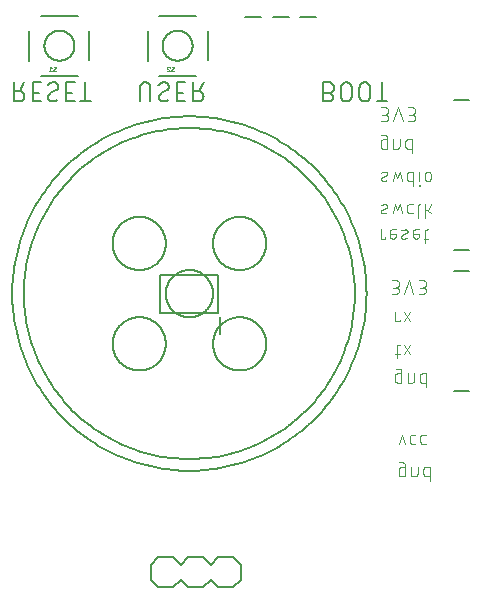
<source format=gbr>
G04 EAGLE Gerber RS-274X export*
G75*
%MOMM*%
%FSLAX34Y34*%
%LPD*%
%INSilkscreen Bottom*%
%IPPOS*%
%AMOC8*
5,1,8,0,0,1.08239X$1,22.5*%
G01*
%ADD10C,0.152400*%
%ADD11C,0.101600*%
%ADD12C,0.200000*%
%ADD13C,0.203200*%
%ADD14C,0.025400*%
%ADD15C,0.127000*%


D10*
X363474Y419975D02*
X367990Y419975D01*
X367990Y419974D02*
X368123Y419976D01*
X368255Y419982D01*
X368387Y419992D01*
X368519Y420005D01*
X368651Y420023D01*
X368781Y420044D01*
X368912Y420069D01*
X369041Y420098D01*
X369169Y420131D01*
X369297Y420167D01*
X369423Y420207D01*
X369548Y420251D01*
X369672Y420299D01*
X369794Y420350D01*
X369915Y420405D01*
X370034Y420463D01*
X370152Y420525D01*
X370267Y420590D01*
X370381Y420659D01*
X370492Y420730D01*
X370601Y420806D01*
X370708Y420884D01*
X370813Y420965D01*
X370915Y421050D01*
X371015Y421137D01*
X371112Y421227D01*
X371207Y421320D01*
X371298Y421416D01*
X371387Y421514D01*
X371473Y421615D01*
X371556Y421719D01*
X371636Y421825D01*
X371712Y421933D01*
X371786Y422043D01*
X371856Y422156D01*
X371923Y422270D01*
X371986Y422387D01*
X372046Y422505D01*
X372103Y422625D01*
X372156Y422747D01*
X372205Y422870D01*
X372251Y422994D01*
X372293Y423120D01*
X372331Y423247D01*
X372366Y423375D01*
X372397Y423504D01*
X372424Y423633D01*
X372447Y423764D01*
X372467Y423895D01*
X372482Y424027D01*
X372494Y424159D01*
X372502Y424291D01*
X372506Y424424D01*
X372506Y424556D01*
X372502Y424689D01*
X372494Y424821D01*
X372482Y424953D01*
X372467Y425085D01*
X372447Y425216D01*
X372424Y425347D01*
X372397Y425476D01*
X372366Y425605D01*
X372331Y425733D01*
X372293Y425860D01*
X372251Y425986D01*
X372205Y426110D01*
X372156Y426233D01*
X372103Y426355D01*
X372046Y426475D01*
X371986Y426593D01*
X371923Y426710D01*
X371856Y426824D01*
X371786Y426937D01*
X371712Y427047D01*
X371636Y427155D01*
X371556Y427261D01*
X371473Y427365D01*
X371387Y427466D01*
X371298Y427564D01*
X371207Y427660D01*
X371112Y427753D01*
X371015Y427843D01*
X370915Y427930D01*
X370813Y428015D01*
X370708Y428096D01*
X370601Y428174D01*
X370492Y428250D01*
X370381Y428321D01*
X370267Y428390D01*
X370152Y428455D01*
X370034Y428517D01*
X369915Y428575D01*
X369794Y428630D01*
X369672Y428681D01*
X369548Y428729D01*
X369423Y428773D01*
X369297Y428813D01*
X369169Y428849D01*
X369041Y428882D01*
X368912Y428911D01*
X368781Y428936D01*
X368651Y428957D01*
X368519Y428975D01*
X368387Y428988D01*
X368255Y428998D01*
X368123Y429004D01*
X367990Y429006D01*
X363474Y429006D01*
X363474Y412750D01*
X367990Y412750D01*
X368109Y412752D01*
X368229Y412758D01*
X368348Y412768D01*
X368466Y412782D01*
X368585Y412799D01*
X368702Y412821D01*
X368819Y412846D01*
X368934Y412876D01*
X369049Y412909D01*
X369163Y412946D01*
X369275Y412986D01*
X369386Y413031D01*
X369495Y413079D01*
X369603Y413130D01*
X369709Y413185D01*
X369813Y413244D01*
X369915Y413306D01*
X370015Y413371D01*
X370113Y413440D01*
X370209Y413512D01*
X370302Y413587D01*
X370392Y413664D01*
X370480Y413745D01*
X370565Y413829D01*
X370647Y413916D01*
X370727Y414005D01*
X370803Y414097D01*
X370877Y414191D01*
X370947Y414288D01*
X371014Y414386D01*
X371078Y414487D01*
X371138Y414591D01*
X371195Y414696D01*
X371248Y414803D01*
X371298Y414911D01*
X371344Y415021D01*
X371386Y415133D01*
X371425Y415246D01*
X371460Y415360D01*
X371491Y415475D01*
X371519Y415592D01*
X371542Y415709D01*
X371562Y415826D01*
X371578Y415945D01*
X371590Y416064D01*
X371598Y416183D01*
X371602Y416302D01*
X371602Y416422D01*
X371598Y416541D01*
X371590Y416660D01*
X371578Y416779D01*
X371562Y416898D01*
X371542Y417015D01*
X371519Y417132D01*
X371491Y417249D01*
X371460Y417364D01*
X371425Y417478D01*
X371386Y417591D01*
X371344Y417703D01*
X371298Y417813D01*
X371248Y417921D01*
X371195Y418028D01*
X371138Y418133D01*
X371078Y418237D01*
X371014Y418338D01*
X370947Y418436D01*
X370877Y418533D01*
X370803Y418627D01*
X370727Y418719D01*
X370647Y418808D01*
X370565Y418895D01*
X370480Y418979D01*
X370392Y419060D01*
X370302Y419137D01*
X370209Y419212D01*
X370113Y419284D01*
X370015Y419353D01*
X369915Y419418D01*
X369813Y419480D01*
X369709Y419539D01*
X369603Y419594D01*
X369495Y419645D01*
X369386Y419693D01*
X369275Y419738D01*
X369163Y419778D01*
X369049Y419815D01*
X368934Y419848D01*
X368819Y419878D01*
X368702Y419903D01*
X368585Y419925D01*
X368466Y419942D01*
X368348Y419956D01*
X368229Y419966D01*
X368109Y419972D01*
X367990Y419974D01*
X378373Y417266D02*
X378373Y424490D01*
X378373Y417266D02*
X378375Y417133D01*
X378381Y417001D01*
X378391Y416869D01*
X378404Y416737D01*
X378422Y416605D01*
X378443Y416475D01*
X378468Y416344D01*
X378497Y416215D01*
X378530Y416087D01*
X378566Y415959D01*
X378606Y415833D01*
X378650Y415708D01*
X378698Y415584D01*
X378749Y415462D01*
X378804Y415341D01*
X378862Y415222D01*
X378924Y415104D01*
X378989Y414989D01*
X379058Y414875D01*
X379129Y414764D01*
X379205Y414655D01*
X379283Y414548D01*
X379364Y414443D01*
X379449Y414341D01*
X379536Y414241D01*
X379626Y414144D01*
X379719Y414049D01*
X379815Y413958D01*
X379913Y413869D01*
X380014Y413783D01*
X380118Y413700D01*
X380224Y413620D01*
X380332Y413544D01*
X380442Y413470D01*
X380555Y413400D01*
X380669Y413333D01*
X380786Y413270D01*
X380904Y413210D01*
X381024Y413153D01*
X381146Y413100D01*
X381269Y413051D01*
X381393Y413005D01*
X381519Y412963D01*
X381646Y412925D01*
X381774Y412890D01*
X381903Y412859D01*
X382032Y412832D01*
X382163Y412809D01*
X382294Y412789D01*
X382426Y412774D01*
X382558Y412762D01*
X382690Y412754D01*
X382823Y412750D01*
X382955Y412750D01*
X383088Y412754D01*
X383220Y412762D01*
X383352Y412774D01*
X383484Y412789D01*
X383615Y412809D01*
X383746Y412832D01*
X383875Y412859D01*
X384004Y412890D01*
X384132Y412925D01*
X384259Y412963D01*
X384385Y413005D01*
X384509Y413051D01*
X384632Y413100D01*
X384754Y413153D01*
X384874Y413210D01*
X384992Y413270D01*
X385109Y413333D01*
X385223Y413400D01*
X385336Y413470D01*
X385446Y413544D01*
X385554Y413620D01*
X385660Y413700D01*
X385764Y413783D01*
X385865Y413869D01*
X385963Y413958D01*
X386059Y414049D01*
X386152Y414144D01*
X386242Y414241D01*
X386329Y414341D01*
X386414Y414443D01*
X386495Y414548D01*
X386573Y414655D01*
X386649Y414764D01*
X386720Y414875D01*
X386789Y414989D01*
X386854Y415104D01*
X386916Y415222D01*
X386974Y415341D01*
X387029Y415462D01*
X387080Y415584D01*
X387128Y415708D01*
X387172Y415833D01*
X387212Y415959D01*
X387248Y416087D01*
X387281Y416215D01*
X387310Y416344D01*
X387335Y416475D01*
X387356Y416605D01*
X387374Y416737D01*
X387387Y416869D01*
X387397Y417001D01*
X387403Y417133D01*
X387405Y417266D01*
X387404Y417266D02*
X387404Y424490D01*
X387405Y424490D02*
X387403Y424623D01*
X387397Y424755D01*
X387387Y424887D01*
X387374Y425019D01*
X387356Y425151D01*
X387335Y425281D01*
X387310Y425412D01*
X387281Y425541D01*
X387248Y425669D01*
X387212Y425797D01*
X387172Y425923D01*
X387128Y426048D01*
X387080Y426172D01*
X387029Y426294D01*
X386974Y426415D01*
X386916Y426534D01*
X386854Y426652D01*
X386789Y426767D01*
X386720Y426881D01*
X386649Y426992D01*
X386573Y427101D01*
X386495Y427208D01*
X386414Y427313D01*
X386329Y427415D01*
X386242Y427515D01*
X386152Y427612D01*
X386059Y427707D01*
X385963Y427798D01*
X385865Y427887D01*
X385764Y427973D01*
X385660Y428056D01*
X385554Y428136D01*
X385446Y428212D01*
X385336Y428286D01*
X385223Y428356D01*
X385109Y428423D01*
X384992Y428486D01*
X384874Y428546D01*
X384754Y428603D01*
X384632Y428656D01*
X384509Y428705D01*
X384385Y428751D01*
X384259Y428793D01*
X384132Y428831D01*
X384004Y428866D01*
X383875Y428897D01*
X383746Y428924D01*
X383615Y428947D01*
X383484Y428967D01*
X383352Y428982D01*
X383220Y428994D01*
X383088Y429002D01*
X382955Y429006D01*
X382823Y429006D01*
X382690Y429002D01*
X382558Y428994D01*
X382426Y428982D01*
X382294Y428967D01*
X382163Y428947D01*
X382032Y428924D01*
X381903Y428897D01*
X381774Y428866D01*
X381646Y428831D01*
X381519Y428793D01*
X381393Y428751D01*
X381269Y428705D01*
X381146Y428656D01*
X381024Y428603D01*
X380904Y428546D01*
X380786Y428486D01*
X380669Y428423D01*
X380555Y428356D01*
X380442Y428286D01*
X380332Y428212D01*
X380224Y428136D01*
X380118Y428056D01*
X380014Y427973D01*
X379913Y427887D01*
X379815Y427798D01*
X379719Y427707D01*
X379626Y427612D01*
X379536Y427515D01*
X379449Y427415D01*
X379364Y427313D01*
X379283Y427208D01*
X379205Y427101D01*
X379129Y426992D01*
X379058Y426881D01*
X378989Y426767D01*
X378924Y426652D01*
X378862Y426534D01*
X378804Y426415D01*
X378749Y426294D01*
X378698Y426172D01*
X378650Y426048D01*
X378606Y425923D01*
X378566Y425797D01*
X378530Y425669D01*
X378497Y425541D01*
X378468Y425412D01*
X378443Y425281D01*
X378422Y425151D01*
X378404Y425019D01*
X378391Y424887D01*
X378381Y424755D01*
X378375Y424623D01*
X378373Y424490D01*
X394004Y424490D02*
X394004Y417266D01*
X394006Y417133D01*
X394012Y417001D01*
X394022Y416869D01*
X394035Y416737D01*
X394053Y416605D01*
X394074Y416475D01*
X394099Y416344D01*
X394128Y416215D01*
X394161Y416087D01*
X394197Y415959D01*
X394237Y415833D01*
X394281Y415708D01*
X394329Y415584D01*
X394380Y415462D01*
X394435Y415341D01*
X394493Y415222D01*
X394555Y415104D01*
X394620Y414989D01*
X394689Y414875D01*
X394760Y414764D01*
X394836Y414655D01*
X394914Y414548D01*
X394995Y414443D01*
X395080Y414341D01*
X395167Y414241D01*
X395257Y414144D01*
X395350Y414049D01*
X395446Y413958D01*
X395544Y413869D01*
X395645Y413783D01*
X395749Y413700D01*
X395855Y413620D01*
X395963Y413544D01*
X396073Y413470D01*
X396186Y413400D01*
X396300Y413333D01*
X396417Y413270D01*
X396535Y413210D01*
X396655Y413153D01*
X396777Y413100D01*
X396900Y413051D01*
X397024Y413005D01*
X397150Y412963D01*
X397277Y412925D01*
X397405Y412890D01*
X397534Y412859D01*
X397663Y412832D01*
X397794Y412809D01*
X397925Y412789D01*
X398057Y412774D01*
X398189Y412762D01*
X398321Y412754D01*
X398454Y412750D01*
X398586Y412750D01*
X398719Y412754D01*
X398851Y412762D01*
X398983Y412774D01*
X399115Y412789D01*
X399246Y412809D01*
X399377Y412832D01*
X399506Y412859D01*
X399635Y412890D01*
X399763Y412925D01*
X399890Y412963D01*
X400016Y413005D01*
X400140Y413051D01*
X400263Y413100D01*
X400385Y413153D01*
X400505Y413210D01*
X400623Y413270D01*
X400740Y413333D01*
X400854Y413400D01*
X400967Y413470D01*
X401077Y413544D01*
X401185Y413620D01*
X401291Y413700D01*
X401395Y413783D01*
X401496Y413869D01*
X401594Y413958D01*
X401690Y414049D01*
X401783Y414144D01*
X401873Y414241D01*
X401960Y414341D01*
X402045Y414443D01*
X402126Y414548D01*
X402204Y414655D01*
X402280Y414764D01*
X402351Y414875D01*
X402420Y414989D01*
X402485Y415104D01*
X402547Y415222D01*
X402605Y415341D01*
X402660Y415462D01*
X402711Y415584D01*
X402759Y415708D01*
X402803Y415833D01*
X402843Y415959D01*
X402879Y416087D01*
X402912Y416215D01*
X402941Y416344D01*
X402966Y416475D01*
X402987Y416605D01*
X403005Y416737D01*
X403018Y416869D01*
X403028Y417001D01*
X403034Y417133D01*
X403036Y417266D01*
X403036Y424490D01*
X403034Y424623D01*
X403028Y424755D01*
X403018Y424887D01*
X403005Y425019D01*
X402987Y425151D01*
X402966Y425281D01*
X402941Y425412D01*
X402912Y425541D01*
X402879Y425669D01*
X402843Y425797D01*
X402803Y425923D01*
X402759Y426048D01*
X402711Y426172D01*
X402660Y426294D01*
X402605Y426415D01*
X402547Y426534D01*
X402485Y426652D01*
X402420Y426767D01*
X402351Y426881D01*
X402280Y426992D01*
X402204Y427101D01*
X402126Y427208D01*
X402045Y427313D01*
X401960Y427415D01*
X401873Y427515D01*
X401783Y427612D01*
X401690Y427707D01*
X401594Y427798D01*
X401496Y427887D01*
X401395Y427973D01*
X401291Y428056D01*
X401185Y428136D01*
X401077Y428212D01*
X400967Y428286D01*
X400854Y428356D01*
X400740Y428423D01*
X400623Y428486D01*
X400505Y428546D01*
X400385Y428603D01*
X400263Y428656D01*
X400140Y428705D01*
X400016Y428751D01*
X399890Y428793D01*
X399763Y428831D01*
X399635Y428866D01*
X399506Y428897D01*
X399377Y428924D01*
X399246Y428947D01*
X399115Y428967D01*
X398983Y428982D01*
X398851Y428994D01*
X398719Y429002D01*
X398586Y429006D01*
X398454Y429006D01*
X398321Y429002D01*
X398189Y428994D01*
X398057Y428982D01*
X397925Y428967D01*
X397794Y428947D01*
X397663Y428924D01*
X397534Y428897D01*
X397405Y428866D01*
X397277Y428831D01*
X397150Y428793D01*
X397024Y428751D01*
X396900Y428705D01*
X396777Y428656D01*
X396655Y428603D01*
X396535Y428546D01*
X396417Y428486D01*
X396300Y428423D01*
X396186Y428356D01*
X396073Y428286D01*
X395963Y428212D01*
X395855Y428136D01*
X395749Y428056D01*
X395645Y427973D01*
X395544Y427887D01*
X395446Y427798D01*
X395350Y427707D01*
X395257Y427612D01*
X395167Y427515D01*
X395080Y427415D01*
X394995Y427313D01*
X394914Y427208D01*
X394836Y427101D01*
X394760Y426992D01*
X394689Y426881D01*
X394620Y426767D01*
X394555Y426652D01*
X394493Y426534D01*
X394435Y426415D01*
X394380Y426294D01*
X394329Y426172D01*
X394281Y426048D01*
X394237Y425923D01*
X394197Y425797D01*
X394161Y425669D01*
X394128Y425541D01*
X394099Y425412D01*
X394074Y425281D01*
X394053Y425151D01*
X394035Y425019D01*
X394022Y424887D01*
X394012Y424755D01*
X394006Y424623D01*
X394004Y424490D01*
X413109Y429006D02*
X413109Y412750D01*
X408594Y412750D02*
X417625Y412750D01*
X208026Y412750D02*
X208026Y424490D01*
X208028Y424623D01*
X208034Y424755D01*
X208044Y424887D01*
X208057Y425019D01*
X208075Y425151D01*
X208096Y425281D01*
X208121Y425412D01*
X208150Y425541D01*
X208183Y425669D01*
X208219Y425797D01*
X208259Y425923D01*
X208303Y426048D01*
X208351Y426172D01*
X208402Y426294D01*
X208457Y426415D01*
X208515Y426534D01*
X208577Y426652D01*
X208642Y426767D01*
X208711Y426881D01*
X208782Y426992D01*
X208858Y427101D01*
X208936Y427208D01*
X209017Y427313D01*
X209102Y427415D01*
X209189Y427515D01*
X209279Y427612D01*
X209372Y427707D01*
X209468Y427798D01*
X209566Y427887D01*
X209667Y427973D01*
X209771Y428056D01*
X209877Y428136D01*
X209985Y428212D01*
X210095Y428286D01*
X210208Y428356D01*
X210322Y428423D01*
X210439Y428486D01*
X210557Y428546D01*
X210677Y428603D01*
X210799Y428656D01*
X210922Y428705D01*
X211046Y428751D01*
X211172Y428793D01*
X211299Y428831D01*
X211427Y428866D01*
X211556Y428897D01*
X211685Y428924D01*
X211816Y428947D01*
X211947Y428967D01*
X212079Y428982D01*
X212211Y428994D01*
X212343Y429002D01*
X212476Y429006D01*
X212608Y429006D01*
X212741Y429002D01*
X212873Y428994D01*
X213005Y428982D01*
X213137Y428967D01*
X213268Y428947D01*
X213399Y428924D01*
X213528Y428897D01*
X213657Y428866D01*
X213785Y428831D01*
X213912Y428793D01*
X214038Y428751D01*
X214162Y428705D01*
X214285Y428656D01*
X214407Y428603D01*
X214527Y428546D01*
X214645Y428486D01*
X214762Y428423D01*
X214876Y428356D01*
X214989Y428286D01*
X215099Y428212D01*
X215207Y428136D01*
X215313Y428056D01*
X215417Y427973D01*
X215518Y427887D01*
X215616Y427798D01*
X215712Y427707D01*
X215805Y427612D01*
X215895Y427515D01*
X215982Y427415D01*
X216067Y427313D01*
X216148Y427208D01*
X216226Y427101D01*
X216302Y426992D01*
X216373Y426881D01*
X216442Y426767D01*
X216507Y426652D01*
X216569Y426534D01*
X216627Y426415D01*
X216682Y426294D01*
X216733Y426172D01*
X216781Y426048D01*
X216825Y425923D01*
X216865Y425797D01*
X216901Y425669D01*
X216934Y425541D01*
X216963Y425412D01*
X216988Y425281D01*
X217009Y425151D01*
X217027Y425019D01*
X217040Y424887D01*
X217050Y424755D01*
X217056Y424623D01*
X217058Y424490D01*
X217057Y424490D02*
X217057Y412750D01*
X232688Y425394D02*
X232686Y425512D01*
X232680Y425630D01*
X232671Y425748D01*
X232657Y425865D01*
X232640Y425982D01*
X232619Y426099D01*
X232594Y426214D01*
X232565Y426329D01*
X232532Y426443D01*
X232496Y426555D01*
X232456Y426666D01*
X232413Y426776D01*
X232366Y426885D01*
X232316Y426992D01*
X232261Y427097D01*
X232204Y427200D01*
X232143Y427301D01*
X232079Y427401D01*
X232012Y427498D01*
X231942Y427593D01*
X231868Y427685D01*
X231792Y427776D01*
X231712Y427863D01*
X231630Y427948D01*
X231545Y428030D01*
X231458Y428110D01*
X231367Y428186D01*
X231275Y428260D01*
X231180Y428330D01*
X231083Y428397D01*
X230983Y428461D01*
X230882Y428522D01*
X230779Y428579D01*
X230674Y428634D01*
X230567Y428684D01*
X230458Y428731D01*
X230348Y428774D01*
X230237Y428814D01*
X230125Y428850D01*
X230011Y428883D01*
X229896Y428912D01*
X229781Y428937D01*
X229664Y428958D01*
X229547Y428975D01*
X229430Y428989D01*
X229312Y428998D01*
X229194Y429004D01*
X229076Y429006D01*
X228893Y429004D01*
X228711Y428997D01*
X228529Y428986D01*
X228347Y428971D01*
X228165Y428951D01*
X227984Y428928D01*
X227804Y428899D01*
X227624Y428867D01*
X227445Y428830D01*
X227268Y428789D01*
X227091Y428743D01*
X226915Y428694D01*
X226741Y428640D01*
X226567Y428582D01*
X226396Y428520D01*
X226226Y428454D01*
X226057Y428383D01*
X225890Y428309D01*
X225725Y428231D01*
X225562Y428149D01*
X225401Y428063D01*
X225242Y427973D01*
X225085Y427879D01*
X224931Y427782D01*
X224779Y427681D01*
X224629Y427576D01*
X224482Y427468D01*
X224338Y427357D01*
X224196Y427242D01*
X224057Y427123D01*
X223921Y427001D01*
X223788Y426876D01*
X223658Y426748D01*
X224109Y416362D02*
X224111Y416244D01*
X224117Y416126D01*
X224126Y416008D01*
X224140Y415891D01*
X224157Y415774D01*
X224178Y415657D01*
X224203Y415542D01*
X224232Y415427D01*
X224265Y415313D01*
X224301Y415201D01*
X224341Y415090D01*
X224384Y414980D01*
X224431Y414871D01*
X224481Y414764D01*
X224536Y414659D01*
X224593Y414556D01*
X224654Y414455D01*
X224718Y414355D01*
X224785Y414258D01*
X224855Y414163D01*
X224929Y414071D01*
X225005Y413980D01*
X225085Y413893D01*
X225167Y413808D01*
X225252Y413726D01*
X225339Y413646D01*
X225430Y413570D01*
X225522Y413496D01*
X225617Y413426D01*
X225714Y413359D01*
X225814Y413295D01*
X225915Y413234D01*
X226018Y413177D01*
X226123Y413122D01*
X226230Y413072D01*
X226339Y413025D01*
X226449Y412982D01*
X226560Y412942D01*
X226672Y412906D01*
X226786Y412873D01*
X226901Y412844D01*
X227016Y412819D01*
X227133Y412798D01*
X227250Y412781D01*
X227367Y412767D01*
X227485Y412758D01*
X227603Y412752D01*
X227721Y412750D01*
X227882Y412752D01*
X228044Y412758D01*
X228205Y412767D01*
X228366Y412781D01*
X228526Y412798D01*
X228686Y412819D01*
X228846Y412844D01*
X229005Y412873D01*
X229163Y412905D01*
X229320Y412941D01*
X229476Y412981D01*
X229632Y413025D01*
X229786Y413073D01*
X229939Y413124D01*
X230091Y413178D01*
X230242Y413237D01*
X230391Y413298D01*
X230538Y413364D01*
X230684Y413433D01*
X230829Y413505D01*
X230971Y413581D01*
X231112Y413660D01*
X231251Y413742D01*
X231387Y413828D01*
X231522Y413917D01*
X231655Y414009D01*
X231785Y414105D01*
X225915Y419523D02*
X225814Y419461D01*
X225714Y419396D01*
X225617Y419327D01*
X225522Y419255D01*
X225429Y419181D01*
X225339Y419103D01*
X225251Y419022D01*
X225166Y418939D01*
X225084Y418853D01*
X225005Y418764D01*
X224928Y418673D01*
X224855Y418579D01*
X224784Y418483D01*
X224717Y418385D01*
X224653Y418285D01*
X224592Y418182D01*
X224535Y418078D01*
X224481Y417972D01*
X224431Y417864D01*
X224384Y417755D01*
X224340Y417644D01*
X224300Y417532D01*
X224264Y417418D01*
X224232Y417304D01*
X224203Y417188D01*
X224178Y417072D01*
X224157Y416955D01*
X224140Y416837D01*
X224126Y416719D01*
X224117Y416600D01*
X224111Y416481D01*
X224109Y416362D01*
X230882Y422233D02*
X230983Y422295D01*
X231083Y422360D01*
X231180Y422429D01*
X231275Y422501D01*
X231368Y422575D01*
X231458Y422653D01*
X231546Y422734D01*
X231631Y422817D01*
X231713Y422903D01*
X231792Y422992D01*
X231869Y423083D01*
X231942Y423177D01*
X232013Y423273D01*
X232080Y423371D01*
X232144Y423471D01*
X232205Y423574D01*
X232262Y423678D01*
X232316Y423784D01*
X232366Y423892D01*
X232413Y424001D01*
X232457Y424112D01*
X232497Y424224D01*
X232533Y424338D01*
X232565Y424452D01*
X232594Y424568D01*
X232619Y424684D01*
X232640Y424801D01*
X232657Y424919D01*
X232671Y425037D01*
X232680Y425156D01*
X232686Y425275D01*
X232688Y425394D01*
X230882Y422233D02*
X225915Y419523D01*
X239318Y429006D02*
X246543Y429006D01*
X239318Y429006D02*
X239318Y412750D01*
X246543Y412750D01*
X244737Y419975D02*
X239318Y419975D01*
X252927Y412750D02*
X252927Y429006D01*
X252927Y412750D02*
X257443Y412750D01*
X257576Y412752D01*
X257708Y412758D01*
X257840Y412768D01*
X257972Y412781D01*
X258104Y412799D01*
X258234Y412820D01*
X258365Y412845D01*
X258494Y412874D01*
X258622Y412907D01*
X258750Y412943D01*
X258876Y412983D01*
X259001Y413027D01*
X259125Y413075D01*
X259247Y413126D01*
X259368Y413181D01*
X259487Y413239D01*
X259605Y413301D01*
X259720Y413366D01*
X259834Y413435D01*
X259945Y413506D01*
X260054Y413582D01*
X260161Y413660D01*
X260266Y413741D01*
X260368Y413826D01*
X260468Y413913D01*
X260565Y414003D01*
X260660Y414096D01*
X260751Y414192D01*
X260840Y414290D01*
X260926Y414391D01*
X261009Y414495D01*
X261089Y414601D01*
X261165Y414709D01*
X261239Y414819D01*
X261309Y414932D01*
X261376Y415046D01*
X261439Y415163D01*
X261499Y415281D01*
X261556Y415401D01*
X261609Y415523D01*
X261658Y415646D01*
X261704Y415770D01*
X261746Y415896D01*
X261784Y416023D01*
X261819Y416151D01*
X261850Y416280D01*
X261877Y416409D01*
X261900Y416540D01*
X261920Y416671D01*
X261935Y416803D01*
X261947Y416935D01*
X261955Y417067D01*
X261959Y417200D01*
X261959Y417332D01*
X261955Y417465D01*
X261947Y417597D01*
X261935Y417729D01*
X261920Y417861D01*
X261900Y417992D01*
X261877Y418123D01*
X261850Y418252D01*
X261819Y418381D01*
X261784Y418509D01*
X261746Y418636D01*
X261704Y418762D01*
X261658Y418886D01*
X261609Y419009D01*
X261556Y419131D01*
X261499Y419251D01*
X261439Y419369D01*
X261376Y419486D01*
X261309Y419600D01*
X261239Y419713D01*
X261165Y419823D01*
X261089Y419931D01*
X261009Y420037D01*
X260926Y420141D01*
X260840Y420242D01*
X260751Y420340D01*
X260660Y420436D01*
X260565Y420529D01*
X260468Y420619D01*
X260368Y420706D01*
X260266Y420791D01*
X260161Y420872D01*
X260054Y420950D01*
X259945Y421026D01*
X259834Y421097D01*
X259720Y421166D01*
X259605Y421231D01*
X259487Y421293D01*
X259368Y421351D01*
X259247Y421406D01*
X259125Y421457D01*
X259001Y421505D01*
X258876Y421549D01*
X258750Y421589D01*
X258622Y421625D01*
X258494Y421658D01*
X258365Y421687D01*
X258234Y421712D01*
X258104Y421733D01*
X257972Y421751D01*
X257840Y421764D01*
X257708Y421774D01*
X257576Y421780D01*
X257443Y421782D01*
X257443Y421781D02*
X252927Y421781D01*
X258346Y421781D02*
X261958Y429006D01*
X101346Y429006D02*
X101346Y412750D01*
X105862Y412750D01*
X105995Y412752D01*
X106127Y412758D01*
X106259Y412768D01*
X106391Y412781D01*
X106523Y412799D01*
X106653Y412820D01*
X106784Y412845D01*
X106913Y412874D01*
X107041Y412907D01*
X107169Y412943D01*
X107295Y412983D01*
X107420Y413027D01*
X107544Y413075D01*
X107666Y413126D01*
X107787Y413181D01*
X107906Y413239D01*
X108024Y413301D01*
X108139Y413366D01*
X108253Y413435D01*
X108364Y413506D01*
X108473Y413582D01*
X108580Y413660D01*
X108685Y413741D01*
X108787Y413826D01*
X108887Y413913D01*
X108984Y414003D01*
X109079Y414096D01*
X109170Y414192D01*
X109259Y414290D01*
X109345Y414391D01*
X109428Y414495D01*
X109508Y414601D01*
X109584Y414709D01*
X109658Y414819D01*
X109728Y414932D01*
X109795Y415046D01*
X109858Y415163D01*
X109918Y415281D01*
X109975Y415401D01*
X110028Y415523D01*
X110077Y415646D01*
X110123Y415770D01*
X110165Y415896D01*
X110203Y416023D01*
X110238Y416151D01*
X110269Y416280D01*
X110296Y416409D01*
X110319Y416540D01*
X110339Y416671D01*
X110354Y416803D01*
X110366Y416935D01*
X110374Y417067D01*
X110378Y417200D01*
X110378Y417332D01*
X110374Y417465D01*
X110366Y417597D01*
X110354Y417729D01*
X110339Y417861D01*
X110319Y417992D01*
X110296Y418123D01*
X110269Y418252D01*
X110238Y418381D01*
X110203Y418509D01*
X110165Y418636D01*
X110123Y418762D01*
X110077Y418886D01*
X110028Y419009D01*
X109975Y419131D01*
X109918Y419251D01*
X109858Y419369D01*
X109795Y419486D01*
X109728Y419600D01*
X109658Y419713D01*
X109584Y419823D01*
X109508Y419931D01*
X109428Y420037D01*
X109345Y420141D01*
X109259Y420242D01*
X109170Y420340D01*
X109079Y420436D01*
X108984Y420529D01*
X108887Y420619D01*
X108787Y420706D01*
X108685Y420791D01*
X108580Y420872D01*
X108473Y420950D01*
X108364Y421026D01*
X108253Y421097D01*
X108139Y421166D01*
X108024Y421231D01*
X107906Y421293D01*
X107787Y421351D01*
X107666Y421406D01*
X107544Y421457D01*
X107420Y421505D01*
X107295Y421549D01*
X107169Y421589D01*
X107041Y421625D01*
X106913Y421658D01*
X106784Y421687D01*
X106653Y421712D01*
X106523Y421733D01*
X106391Y421751D01*
X106259Y421764D01*
X106127Y421774D01*
X105995Y421780D01*
X105862Y421782D01*
X105862Y421781D02*
X101346Y421781D01*
X106765Y421781D02*
X110377Y429006D01*
X117437Y429006D02*
X124661Y429006D01*
X117437Y429006D02*
X117437Y412750D01*
X124661Y412750D01*
X122855Y419975D02*
X117437Y419975D01*
X135330Y429006D02*
X135448Y429004D01*
X135566Y428998D01*
X135684Y428989D01*
X135801Y428975D01*
X135918Y428958D01*
X136035Y428937D01*
X136150Y428912D01*
X136265Y428883D01*
X136379Y428850D01*
X136491Y428814D01*
X136602Y428774D01*
X136712Y428731D01*
X136821Y428684D01*
X136928Y428634D01*
X137033Y428579D01*
X137136Y428522D01*
X137237Y428461D01*
X137337Y428397D01*
X137434Y428330D01*
X137529Y428260D01*
X137621Y428186D01*
X137712Y428110D01*
X137799Y428030D01*
X137884Y427948D01*
X137966Y427863D01*
X138046Y427776D01*
X138122Y427685D01*
X138196Y427593D01*
X138266Y427498D01*
X138333Y427401D01*
X138397Y427301D01*
X138458Y427200D01*
X138515Y427097D01*
X138570Y426992D01*
X138620Y426885D01*
X138667Y426776D01*
X138710Y426666D01*
X138750Y426555D01*
X138786Y426443D01*
X138819Y426329D01*
X138848Y426214D01*
X138873Y426099D01*
X138894Y425982D01*
X138911Y425865D01*
X138925Y425748D01*
X138934Y425630D01*
X138940Y425512D01*
X138942Y425394D01*
X135330Y429006D02*
X135147Y429004D01*
X134965Y428997D01*
X134783Y428986D01*
X134601Y428971D01*
X134419Y428951D01*
X134238Y428928D01*
X134058Y428899D01*
X133878Y428867D01*
X133699Y428830D01*
X133522Y428789D01*
X133345Y428743D01*
X133169Y428694D01*
X132995Y428640D01*
X132821Y428582D01*
X132650Y428520D01*
X132480Y428454D01*
X132311Y428383D01*
X132144Y428309D01*
X131979Y428231D01*
X131816Y428149D01*
X131655Y428063D01*
X131496Y427973D01*
X131339Y427879D01*
X131185Y427782D01*
X131033Y427681D01*
X130883Y427576D01*
X130736Y427468D01*
X130592Y427357D01*
X130450Y427242D01*
X130311Y427123D01*
X130175Y427001D01*
X130042Y426876D01*
X129912Y426748D01*
X130364Y416362D02*
X130366Y416244D01*
X130372Y416126D01*
X130381Y416008D01*
X130395Y415891D01*
X130412Y415774D01*
X130433Y415657D01*
X130458Y415542D01*
X130487Y415427D01*
X130520Y415313D01*
X130556Y415201D01*
X130596Y415090D01*
X130639Y414980D01*
X130686Y414871D01*
X130736Y414764D01*
X130791Y414659D01*
X130848Y414556D01*
X130909Y414455D01*
X130973Y414355D01*
X131040Y414258D01*
X131110Y414163D01*
X131184Y414071D01*
X131260Y413980D01*
X131340Y413893D01*
X131422Y413808D01*
X131507Y413726D01*
X131594Y413646D01*
X131685Y413570D01*
X131777Y413496D01*
X131872Y413426D01*
X131969Y413359D01*
X132069Y413295D01*
X132170Y413234D01*
X132273Y413177D01*
X132378Y413122D01*
X132485Y413072D01*
X132594Y413025D01*
X132704Y412982D01*
X132815Y412942D01*
X132927Y412906D01*
X133041Y412873D01*
X133156Y412844D01*
X133271Y412819D01*
X133388Y412798D01*
X133505Y412781D01*
X133622Y412767D01*
X133740Y412758D01*
X133858Y412752D01*
X133976Y412750D01*
X134137Y412752D01*
X134299Y412758D01*
X134460Y412767D01*
X134621Y412781D01*
X134781Y412798D01*
X134941Y412819D01*
X135101Y412844D01*
X135260Y412873D01*
X135418Y412905D01*
X135575Y412941D01*
X135731Y412981D01*
X135887Y413025D01*
X136041Y413073D01*
X136194Y413124D01*
X136346Y413178D01*
X136497Y413237D01*
X136646Y413298D01*
X136793Y413364D01*
X136939Y413433D01*
X137084Y413505D01*
X137226Y413581D01*
X137367Y413660D01*
X137506Y413742D01*
X137642Y413828D01*
X137777Y413917D01*
X137910Y414009D01*
X138040Y414105D01*
X132169Y419523D02*
X132068Y419461D01*
X131968Y419396D01*
X131871Y419327D01*
X131776Y419255D01*
X131683Y419181D01*
X131593Y419103D01*
X131505Y419022D01*
X131420Y418939D01*
X131338Y418853D01*
X131259Y418764D01*
X131182Y418673D01*
X131109Y418579D01*
X131038Y418483D01*
X130971Y418385D01*
X130907Y418285D01*
X130846Y418182D01*
X130789Y418078D01*
X130735Y417972D01*
X130685Y417864D01*
X130638Y417755D01*
X130594Y417644D01*
X130554Y417532D01*
X130518Y417418D01*
X130486Y417304D01*
X130457Y417188D01*
X130432Y417072D01*
X130411Y416955D01*
X130394Y416837D01*
X130380Y416719D01*
X130371Y416600D01*
X130365Y416481D01*
X130363Y416362D01*
X137137Y422233D02*
X137238Y422295D01*
X137338Y422360D01*
X137435Y422429D01*
X137530Y422501D01*
X137623Y422575D01*
X137713Y422653D01*
X137801Y422734D01*
X137886Y422817D01*
X137968Y422903D01*
X138047Y422992D01*
X138124Y423083D01*
X138197Y423177D01*
X138268Y423273D01*
X138335Y423371D01*
X138399Y423471D01*
X138460Y423574D01*
X138517Y423678D01*
X138571Y423784D01*
X138621Y423892D01*
X138668Y424001D01*
X138712Y424112D01*
X138752Y424224D01*
X138788Y424338D01*
X138820Y424452D01*
X138849Y424568D01*
X138874Y424684D01*
X138895Y424801D01*
X138912Y424919D01*
X138926Y425037D01*
X138935Y425156D01*
X138941Y425275D01*
X138943Y425394D01*
X137137Y422233D02*
X132169Y419523D01*
X145573Y429006D02*
X152798Y429006D01*
X145573Y429006D02*
X145573Y412750D01*
X152798Y412750D01*
X150991Y419975D02*
X145573Y419975D01*
X162042Y412750D02*
X162042Y429006D01*
X157527Y412750D02*
X166558Y412750D01*
D11*
X411988Y407924D02*
X415234Y407924D01*
X415347Y407922D01*
X415460Y407916D01*
X415573Y407906D01*
X415686Y407892D01*
X415798Y407875D01*
X415909Y407853D01*
X416019Y407828D01*
X416129Y407798D01*
X416237Y407765D01*
X416344Y407728D01*
X416450Y407688D01*
X416554Y407643D01*
X416657Y407595D01*
X416758Y407544D01*
X416857Y407489D01*
X416954Y407431D01*
X417049Y407369D01*
X417142Y407304D01*
X417232Y407236D01*
X417320Y407165D01*
X417406Y407090D01*
X417489Y407013D01*
X417569Y406933D01*
X417646Y406850D01*
X417721Y406764D01*
X417792Y406676D01*
X417860Y406586D01*
X417925Y406493D01*
X417987Y406398D01*
X418045Y406301D01*
X418100Y406202D01*
X418151Y406101D01*
X418199Y405998D01*
X418244Y405894D01*
X418284Y405788D01*
X418321Y405681D01*
X418354Y405573D01*
X418384Y405463D01*
X418409Y405353D01*
X418431Y405242D01*
X418448Y405130D01*
X418462Y405017D01*
X418472Y404904D01*
X418478Y404791D01*
X418480Y404678D01*
X418478Y404565D01*
X418472Y404452D01*
X418462Y404339D01*
X418448Y404226D01*
X418431Y404114D01*
X418409Y404003D01*
X418384Y403893D01*
X418354Y403783D01*
X418321Y403675D01*
X418284Y403568D01*
X418244Y403462D01*
X418199Y403358D01*
X418151Y403255D01*
X418100Y403154D01*
X418045Y403055D01*
X417987Y402958D01*
X417925Y402863D01*
X417860Y402770D01*
X417792Y402680D01*
X417721Y402592D01*
X417646Y402506D01*
X417569Y402423D01*
X417489Y402343D01*
X417406Y402266D01*
X417320Y402191D01*
X417232Y402120D01*
X417142Y402052D01*
X417049Y401987D01*
X416954Y401925D01*
X416857Y401867D01*
X416758Y401812D01*
X416657Y401761D01*
X416554Y401713D01*
X416450Y401668D01*
X416344Y401628D01*
X416237Y401591D01*
X416129Y401558D01*
X416019Y401528D01*
X415909Y401503D01*
X415798Y401481D01*
X415686Y401464D01*
X415573Y401450D01*
X415460Y401440D01*
X415347Y401434D01*
X415234Y401432D01*
X415883Y396240D02*
X411988Y396240D01*
X415883Y396240D02*
X415984Y396242D01*
X416084Y396248D01*
X416184Y396258D01*
X416284Y396271D01*
X416383Y396289D01*
X416482Y396310D01*
X416579Y396335D01*
X416676Y396364D01*
X416771Y396397D01*
X416865Y396433D01*
X416957Y396473D01*
X417048Y396516D01*
X417137Y396563D01*
X417224Y396613D01*
X417310Y396667D01*
X417393Y396724D01*
X417473Y396784D01*
X417552Y396847D01*
X417628Y396914D01*
X417701Y396983D01*
X417771Y397055D01*
X417839Y397129D01*
X417904Y397206D01*
X417965Y397286D01*
X418024Y397368D01*
X418079Y397452D01*
X418131Y397538D01*
X418180Y397626D01*
X418225Y397716D01*
X418267Y397808D01*
X418305Y397901D01*
X418339Y397996D01*
X418370Y398091D01*
X418397Y398188D01*
X418420Y398286D01*
X418440Y398385D01*
X418455Y398485D01*
X418467Y398585D01*
X418475Y398685D01*
X418479Y398786D01*
X418479Y398886D01*
X418475Y398987D01*
X418467Y399087D01*
X418455Y399187D01*
X418440Y399287D01*
X418420Y399386D01*
X418397Y399484D01*
X418370Y399581D01*
X418339Y399676D01*
X418305Y399771D01*
X418267Y399864D01*
X418225Y399956D01*
X418180Y400046D01*
X418131Y400134D01*
X418079Y400220D01*
X418024Y400304D01*
X417965Y400386D01*
X417904Y400466D01*
X417839Y400543D01*
X417771Y400617D01*
X417701Y400689D01*
X417628Y400758D01*
X417552Y400825D01*
X417473Y400888D01*
X417393Y400948D01*
X417310Y401005D01*
X417224Y401059D01*
X417137Y401109D01*
X417048Y401156D01*
X416957Y401199D01*
X416865Y401239D01*
X416771Y401275D01*
X416676Y401308D01*
X416579Y401337D01*
X416482Y401362D01*
X416383Y401383D01*
X416284Y401401D01*
X416184Y401414D01*
X416084Y401424D01*
X415984Y401430D01*
X415883Y401432D01*
X415883Y401433D02*
X413286Y401433D01*
X422769Y396240D02*
X426664Y407924D01*
X430558Y396240D01*
X434848Y407924D02*
X438094Y407924D01*
X438207Y407922D01*
X438320Y407916D01*
X438433Y407906D01*
X438546Y407892D01*
X438658Y407875D01*
X438769Y407853D01*
X438879Y407828D01*
X438989Y407798D01*
X439097Y407765D01*
X439204Y407728D01*
X439310Y407688D01*
X439414Y407643D01*
X439517Y407595D01*
X439618Y407544D01*
X439717Y407489D01*
X439814Y407431D01*
X439909Y407369D01*
X440002Y407304D01*
X440092Y407236D01*
X440180Y407165D01*
X440266Y407090D01*
X440349Y407013D01*
X440429Y406933D01*
X440506Y406850D01*
X440581Y406764D01*
X440652Y406676D01*
X440720Y406586D01*
X440785Y406493D01*
X440847Y406398D01*
X440905Y406301D01*
X440960Y406202D01*
X441011Y406101D01*
X441059Y405998D01*
X441104Y405894D01*
X441144Y405788D01*
X441181Y405681D01*
X441214Y405573D01*
X441244Y405463D01*
X441269Y405353D01*
X441291Y405242D01*
X441308Y405130D01*
X441322Y405017D01*
X441332Y404904D01*
X441338Y404791D01*
X441340Y404678D01*
X441338Y404565D01*
X441332Y404452D01*
X441322Y404339D01*
X441308Y404226D01*
X441291Y404114D01*
X441269Y404003D01*
X441244Y403893D01*
X441214Y403783D01*
X441181Y403675D01*
X441144Y403568D01*
X441104Y403462D01*
X441059Y403358D01*
X441011Y403255D01*
X440960Y403154D01*
X440905Y403055D01*
X440847Y402958D01*
X440785Y402863D01*
X440720Y402770D01*
X440652Y402680D01*
X440581Y402592D01*
X440506Y402506D01*
X440429Y402423D01*
X440349Y402343D01*
X440266Y402266D01*
X440180Y402191D01*
X440092Y402120D01*
X440002Y402052D01*
X439909Y401987D01*
X439814Y401925D01*
X439717Y401867D01*
X439618Y401812D01*
X439517Y401761D01*
X439414Y401713D01*
X439310Y401668D01*
X439204Y401628D01*
X439097Y401591D01*
X438989Y401558D01*
X438879Y401528D01*
X438769Y401503D01*
X438658Y401481D01*
X438546Y401464D01*
X438433Y401450D01*
X438320Y401440D01*
X438207Y401434D01*
X438094Y401432D01*
X438743Y396240D02*
X434848Y396240D01*
X438743Y396240D02*
X438844Y396242D01*
X438944Y396248D01*
X439044Y396258D01*
X439144Y396271D01*
X439243Y396289D01*
X439342Y396310D01*
X439439Y396335D01*
X439536Y396364D01*
X439631Y396397D01*
X439725Y396433D01*
X439817Y396473D01*
X439908Y396516D01*
X439997Y396563D01*
X440084Y396613D01*
X440170Y396667D01*
X440253Y396724D01*
X440333Y396784D01*
X440412Y396847D01*
X440488Y396914D01*
X440561Y396983D01*
X440631Y397055D01*
X440699Y397129D01*
X440764Y397206D01*
X440825Y397286D01*
X440884Y397368D01*
X440939Y397452D01*
X440991Y397538D01*
X441040Y397626D01*
X441085Y397716D01*
X441127Y397808D01*
X441165Y397901D01*
X441199Y397996D01*
X441230Y398091D01*
X441257Y398188D01*
X441280Y398286D01*
X441300Y398385D01*
X441315Y398485D01*
X441327Y398585D01*
X441335Y398685D01*
X441339Y398786D01*
X441339Y398886D01*
X441335Y398987D01*
X441327Y399087D01*
X441315Y399187D01*
X441300Y399287D01*
X441280Y399386D01*
X441257Y399484D01*
X441230Y399581D01*
X441199Y399676D01*
X441165Y399771D01*
X441127Y399864D01*
X441085Y399956D01*
X441040Y400046D01*
X440991Y400134D01*
X440939Y400220D01*
X440884Y400304D01*
X440825Y400386D01*
X440764Y400466D01*
X440699Y400543D01*
X440631Y400617D01*
X440561Y400689D01*
X440488Y400758D01*
X440412Y400825D01*
X440333Y400888D01*
X440253Y400948D01*
X440170Y401005D01*
X440084Y401059D01*
X439997Y401109D01*
X439908Y401156D01*
X439817Y401199D01*
X439725Y401239D01*
X439631Y401275D01*
X439536Y401308D01*
X439439Y401337D01*
X439342Y401362D01*
X439243Y401383D01*
X439144Y401401D01*
X439044Y401414D01*
X438944Y401424D01*
X438844Y401430D01*
X438743Y401432D01*
X438743Y401433D02*
X436146Y401433D01*
X424378Y261620D02*
X421132Y261620D01*
X424378Y261620D02*
X424491Y261618D01*
X424604Y261612D01*
X424717Y261602D01*
X424830Y261588D01*
X424942Y261571D01*
X425053Y261549D01*
X425163Y261524D01*
X425273Y261494D01*
X425381Y261461D01*
X425488Y261424D01*
X425594Y261384D01*
X425698Y261339D01*
X425801Y261291D01*
X425902Y261240D01*
X426001Y261185D01*
X426098Y261127D01*
X426193Y261065D01*
X426286Y261000D01*
X426376Y260932D01*
X426464Y260861D01*
X426550Y260786D01*
X426633Y260709D01*
X426713Y260629D01*
X426790Y260546D01*
X426865Y260460D01*
X426936Y260372D01*
X427004Y260282D01*
X427069Y260189D01*
X427131Y260094D01*
X427189Y259997D01*
X427244Y259898D01*
X427295Y259797D01*
X427343Y259694D01*
X427388Y259590D01*
X427428Y259484D01*
X427465Y259377D01*
X427498Y259269D01*
X427528Y259159D01*
X427553Y259049D01*
X427575Y258938D01*
X427592Y258826D01*
X427606Y258713D01*
X427616Y258600D01*
X427622Y258487D01*
X427624Y258374D01*
X427622Y258261D01*
X427616Y258148D01*
X427606Y258035D01*
X427592Y257922D01*
X427575Y257810D01*
X427553Y257699D01*
X427528Y257589D01*
X427498Y257479D01*
X427465Y257371D01*
X427428Y257264D01*
X427388Y257158D01*
X427343Y257054D01*
X427295Y256951D01*
X427244Y256850D01*
X427189Y256751D01*
X427131Y256654D01*
X427069Y256559D01*
X427004Y256466D01*
X426936Y256376D01*
X426865Y256288D01*
X426790Y256202D01*
X426713Y256119D01*
X426633Y256039D01*
X426550Y255962D01*
X426464Y255887D01*
X426376Y255816D01*
X426286Y255748D01*
X426193Y255683D01*
X426098Y255621D01*
X426001Y255563D01*
X425902Y255508D01*
X425801Y255457D01*
X425698Y255409D01*
X425594Y255364D01*
X425488Y255324D01*
X425381Y255287D01*
X425273Y255254D01*
X425163Y255224D01*
X425053Y255199D01*
X424942Y255177D01*
X424830Y255160D01*
X424717Y255146D01*
X424604Y255136D01*
X424491Y255130D01*
X424378Y255128D01*
X425027Y249936D02*
X421132Y249936D01*
X425027Y249936D02*
X425128Y249938D01*
X425228Y249944D01*
X425328Y249954D01*
X425428Y249967D01*
X425527Y249985D01*
X425626Y250006D01*
X425723Y250031D01*
X425820Y250060D01*
X425915Y250093D01*
X426009Y250129D01*
X426101Y250169D01*
X426192Y250212D01*
X426281Y250259D01*
X426368Y250309D01*
X426454Y250363D01*
X426537Y250420D01*
X426617Y250480D01*
X426696Y250543D01*
X426772Y250610D01*
X426845Y250679D01*
X426915Y250751D01*
X426983Y250825D01*
X427048Y250902D01*
X427109Y250982D01*
X427168Y251064D01*
X427223Y251148D01*
X427275Y251234D01*
X427324Y251322D01*
X427369Y251412D01*
X427411Y251504D01*
X427449Y251597D01*
X427483Y251692D01*
X427514Y251787D01*
X427541Y251884D01*
X427564Y251982D01*
X427584Y252081D01*
X427599Y252181D01*
X427611Y252281D01*
X427619Y252381D01*
X427623Y252482D01*
X427623Y252582D01*
X427619Y252683D01*
X427611Y252783D01*
X427599Y252883D01*
X427584Y252983D01*
X427564Y253082D01*
X427541Y253180D01*
X427514Y253277D01*
X427483Y253372D01*
X427449Y253467D01*
X427411Y253560D01*
X427369Y253652D01*
X427324Y253742D01*
X427275Y253830D01*
X427223Y253916D01*
X427168Y254000D01*
X427109Y254082D01*
X427048Y254162D01*
X426983Y254239D01*
X426915Y254313D01*
X426845Y254385D01*
X426772Y254454D01*
X426696Y254521D01*
X426617Y254584D01*
X426537Y254644D01*
X426454Y254701D01*
X426368Y254755D01*
X426281Y254805D01*
X426192Y254852D01*
X426101Y254895D01*
X426009Y254935D01*
X425915Y254971D01*
X425820Y255004D01*
X425723Y255033D01*
X425626Y255058D01*
X425527Y255079D01*
X425428Y255097D01*
X425328Y255110D01*
X425228Y255120D01*
X425128Y255126D01*
X425027Y255128D01*
X425027Y255129D02*
X422430Y255129D01*
X431913Y249936D02*
X435808Y261620D01*
X439702Y249936D01*
X443992Y261620D02*
X447238Y261620D01*
X447351Y261618D01*
X447464Y261612D01*
X447577Y261602D01*
X447690Y261588D01*
X447802Y261571D01*
X447913Y261549D01*
X448023Y261524D01*
X448133Y261494D01*
X448241Y261461D01*
X448348Y261424D01*
X448454Y261384D01*
X448558Y261339D01*
X448661Y261291D01*
X448762Y261240D01*
X448861Y261185D01*
X448958Y261127D01*
X449053Y261065D01*
X449146Y261000D01*
X449236Y260932D01*
X449324Y260861D01*
X449410Y260786D01*
X449493Y260709D01*
X449573Y260629D01*
X449650Y260546D01*
X449725Y260460D01*
X449796Y260372D01*
X449864Y260282D01*
X449929Y260189D01*
X449991Y260094D01*
X450049Y259997D01*
X450104Y259898D01*
X450155Y259797D01*
X450203Y259694D01*
X450248Y259590D01*
X450288Y259484D01*
X450325Y259377D01*
X450358Y259269D01*
X450388Y259159D01*
X450413Y259049D01*
X450435Y258938D01*
X450452Y258826D01*
X450466Y258713D01*
X450476Y258600D01*
X450482Y258487D01*
X450484Y258374D01*
X450482Y258261D01*
X450476Y258148D01*
X450466Y258035D01*
X450452Y257922D01*
X450435Y257810D01*
X450413Y257699D01*
X450388Y257589D01*
X450358Y257479D01*
X450325Y257371D01*
X450288Y257264D01*
X450248Y257158D01*
X450203Y257054D01*
X450155Y256951D01*
X450104Y256850D01*
X450049Y256751D01*
X449991Y256654D01*
X449929Y256559D01*
X449864Y256466D01*
X449796Y256376D01*
X449725Y256288D01*
X449650Y256202D01*
X449573Y256119D01*
X449493Y256039D01*
X449410Y255962D01*
X449324Y255887D01*
X449236Y255816D01*
X449146Y255748D01*
X449053Y255683D01*
X448958Y255621D01*
X448861Y255563D01*
X448762Y255508D01*
X448661Y255457D01*
X448558Y255409D01*
X448454Y255364D01*
X448348Y255324D01*
X448241Y255287D01*
X448133Y255254D01*
X448023Y255224D01*
X447913Y255199D01*
X447802Y255177D01*
X447690Y255160D01*
X447577Y255146D01*
X447464Y255136D01*
X447351Y255130D01*
X447238Y255128D01*
X447887Y249936D02*
X443992Y249936D01*
X447887Y249936D02*
X447988Y249938D01*
X448088Y249944D01*
X448188Y249954D01*
X448288Y249967D01*
X448387Y249985D01*
X448486Y250006D01*
X448583Y250031D01*
X448680Y250060D01*
X448775Y250093D01*
X448869Y250129D01*
X448961Y250169D01*
X449052Y250212D01*
X449141Y250259D01*
X449228Y250309D01*
X449314Y250363D01*
X449397Y250420D01*
X449477Y250480D01*
X449556Y250543D01*
X449632Y250610D01*
X449705Y250679D01*
X449775Y250751D01*
X449843Y250825D01*
X449908Y250902D01*
X449969Y250982D01*
X450028Y251064D01*
X450083Y251148D01*
X450135Y251234D01*
X450184Y251322D01*
X450229Y251412D01*
X450271Y251504D01*
X450309Y251597D01*
X450343Y251692D01*
X450374Y251787D01*
X450401Y251884D01*
X450424Y251982D01*
X450444Y252081D01*
X450459Y252181D01*
X450471Y252281D01*
X450479Y252381D01*
X450483Y252482D01*
X450483Y252582D01*
X450479Y252683D01*
X450471Y252783D01*
X450459Y252883D01*
X450444Y252983D01*
X450424Y253082D01*
X450401Y253180D01*
X450374Y253277D01*
X450343Y253372D01*
X450309Y253467D01*
X450271Y253560D01*
X450229Y253652D01*
X450184Y253742D01*
X450135Y253830D01*
X450083Y253916D01*
X450028Y254000D01*
X449969Y254082D01*
X449908Y254162D01*
X449843Y254239D01*
X449775Y254313D01*
X449705Y254385D01*
X449632Y254454D01*
X449556Y254521D01*
X449477Y254584D01*
X449397Y254644D01*
X449314Y254701D01*
X449228Y254755D01*
X449141Y254805D01*
X449052Y254852D01*
X448961Y254895D01*
X448869Y254935D01*
X448775Y254971D01*
X448680Y255004D01*
X448583Y255033D01*
X448486Y255058D01*
X448387Y255079D01*
X448288Y255097D01*
X448188Y255110D01*
X448088Y255120D01*
X447988Y255126D01*
X447887Y255128D01*
X447887Y255129D02*
X445290Y255129D01*
X411988Y296503D02*
X411988Y304292D01*
X411988Y296503D02*
X415883Y296503D01*
X415883Y297801D01*
X421489Y304292D02*
X424734Y304292D01*
X421489Y304292D02*
X421402Y304290D01*
X421314Y304284D01*
X421228Y304274D01*
X421141Y304261D01*
X421056Y304243D01*
X420971Y304222D01*
X420887Y304197D01*
X420805Y304168D01*
X420724Y304135D01*
X420644Y304099D01*
X420566Y304060D01*
X420490Y304016D01*
X420416Y303970D01*
X420345Y303920D01*
X420275Y303867D01*
X420208Y303811D01*
X420144Y303752D01*
X420082Y303690D01*
X420023Y303626D01*
X419967Y303559D01*
X419914Y303489D01*
X419864Y303418D01*
X419818Y303344D01*
X419774Y303268D01*
X419735Y303190D01*
X419699Y303110D01*
X419666Y303029D01*
X419637Y302947D01*
X419612Y302863D01*
X419591Y302778D01*
X419573Y302693D01*
X419560Y302606D01*
X419550Y302520D01*
X419544Y302432D01*
X419542Y302345D01*
X419542Y299099D01*
X419544Y298998D01*
X419550Y298898D01*
X419560Y298798D01*
X419573Y298698D01*
X419591Y298599D01*
X419612Y298500D01*
X419637Y298403D01*
X419666Y298306D01*
X419699Y298211D01*
X419735Y298117D01*
X419775Y298025D01*
X419818Y297934D01*
X419865Y297845D01*
X419915Y297758D01*
X419969Y297672D01*
X420026Y297589D01*
X420086Y297509D01*
X420149Y297430D01*
X420216Y297354D01*
X420285Y297281D01*
X420357Y297211D01*
X420431Y297143D01*
X420508Y297078D01*
X420588Y297017D01*
X420670Y296958D01*
X420754Y296903D01*
X420840Y296851D01*
X420928Y296802D01*
X421018Y296757D01*
X421110Y296715D01*
X421203Y296677D01*
X421298Y296643D01*
X421393Y296612D01*
X421490Y296585D01*
X421588Y296562D01*
X421687Y296542D01*
X421787Y296527D01*
X421887Y296515D01*
X421987Y296507D01*
X422088Y296503D01*
X422188Y296503D01*
X422289Y296507D01*
X422389Y296515D01*
X422489Y296527D01*
X422589Y296542D01*
X422688Y296562D01*
X422786Y296585D01*
X422883Y296612D01*
X422978Y296643D01*
X423073Y296677D01*
X423166Y296715D01*
X423258Y296757D01*
X423348Y296802D01*
X423436Y296851D01*
X423522Y296903D01*
X423606Y296958D01*
X423688Y297017D01*
X423768Y297078D01*
X423845Y297143D01*
X423919Y297211D01*
X423991Y297281D01*
X424060Y297354D01*
X424127Y297430D01*
X424190Y297509D01*
X424250Y297589D01*
X424307Y297672D01*
X424361Y297758D01*
X424411Y297845D01*
X424458Y297934D01*
X424501Y298025D01*
X424541Y298117D01*
X424577Y298211D01*
X424610Y298306D01*
X424639Y298403D01*
X424664Y298500D01*
X424685Y298599D01*
X424703Y298698D01*
X424716Y298798D01*
X424726Y298898D01*
X424732Y298998D01*
X424734Y299099D01*
X424734Y300397D01*
X419542Y300397D01*
X430421Y299748D02*
X433667Y301046D01*
X430421Y299749D02*
X430346Y299716D01*
X430272Y299680D01*
X430200Y299641D01*
X430130Y299598D01*
X430063Y299552D01*
X429997Y299502D01*
X429935Y299450D01*
X429874Y299394D01*
X429817Y299336D01*
X429762Y299275D01*
X429711Y299211D01*
X429663Y299145D01*
X429618Y299076D01*
X429576Y299006D01*
X429538Y298933D01*
X429503Y298859D01*
X429472Y298783D01*
X429445Y298706D01*
X429422Y298627D01*
X429402Y298548D01*
X429387Y298467D01*
X429375Y298386D01*
X429367Y298304D01*
X429363Y298223D01*
X429364Y298141D01*
X429368Y298059D01*
X429376Y297977D01*
X429388Y297896D01*
X429404Y297816D01*
X429424Y297736D01*
X429448Y297658D01*
X429476Y297581D01*
X429507Y297505D01*
X429542Y297431D01*
X429580Y297359D01*
X429622Y297288D01*
X429668Y297220D01*
X429716Y297154D01*
X429768Y297091D01*
X429823Y297030D01*
X429881Y296972D01*
X429941Y296916D01*
X430004Y296864D01*
X430070Y296815D01*
X430138Y296769D01*
X430208Y296727D01*
X430280Y296687D01*
X430354Y296652D01*
X430429Y296620D01*
X430506Y296592D01*
X430584Y296568D01*
X430664Y296547D01*
X430744Y296530D01*
X430825Y296518D01*
X430906Y296509D01*
X430988Y296504D01*
X431070Y296503D01*
X431247Y296507D01*
X431424Y296516D01*
X431601Y296530D01*
X431778Y296547D01*
X431953Y296569D01*
X432129Y296594D01*
X432303Y296625D01*
X432477Y296659D01*
X432650Y296697D01*
X432822Y296740D01*
X432993Y296787D01*
X433163Y296837D01*
X433332Y296892D01*
X433499Y296951D01*
X433665Y297014D01*
X433829Y297081D01*
X433991Y297152D01*
X433667Y301046D02*
X433742Y301079D01*
X433816Y301115D01*
X433888Y301154D01*
X433958Y301197D01*
X434025Y301243D01*
X434091Y301293D01*
X434153Y301345D01*
X434214Y301401D01*
X434271Y301459D01*
X434326Y301520D01*
X434377Y301584D01*
X434425Y301650D01*
X434470Y301719D01*
X434512Y301789D01*
X434550Y301862D01*
X434585Y301936D01*
X434616Y302012D01*
X434643Y302089D01*
X434666Y302168D01*
X434686Y302248D01*
X434701Y302328D01*
X434713Y302409D01*
X434721Y302491D01*
X434725Y302572D01*
X434724Y302654D01*
X434720Y302736D01*
X434712Y302818D01*
X434700Y302899D01*
X434684Y302979D01*
X434664Y303059D01*
X434640Y303137D01*
X434612Y303214D01*
X434581Y303290D01*
X434546Y303364D01*
X434508Y303436D01*
X434466Y303507D01*
X434420Y303575D01*
X434372Y303641D01*
X434320Y303704D01*
X434265Y303765D01*
X434207Y303823D01*
X434147Y303879D01*
X434084Y303931D01*
X434018Y303980D01*
X433950Y304026D01*
X433880Y304068D01*
X433808Y304108D01*
X433734Y304143D01*
X433659Y304175D01*
X433582Y304203D01*
X433504Y304227D01*
X433424Y304248D01*
X433344Y304265D01*
X433263Y304277D01*
X433182Y304286D01*
X433100Y304291D01*
X433018Y304292D01*
X432758Y304285D01*
X432498Y304272D01*
X432238Y304253D01*
X431979Y304228D01*
X431720Y304196D01*
X431463Y304159D01*
X431206Y304115D01*
X430950Y304066D01*
X430696Y304010D01*
X430443Y303949D01*
X430192Y303881D01*
X429942Y303807D01*
X429694Y303728D01*
X429448Y303643D01*
X441301Y304292D02*
X444546Y304292D01*
X441301Y304292D02*
X441214Y304290D01*
X441126Y304284D01*
X441040Y304274D01*
X440953Y304261D01*
X440868Y304243D01*
X440783Y304222D01*
X440699Y304197D01*
X440617Y304168D01*
X440536Y304135D01*
X440456Y304099D01*
X440378Y304060D01*
X440302Y304016D01*
X440228Y303970D01*
X440157Y303920D01*
X440087Y303867D01*
X440020Y303811D01*
X439956Y303752D01*
X439894Y303690D01*
X439835Y303626D01*
X439779Y303559D01*
X439726Y303489D01*
X439676Y303418D01*
X439630Y303344D01*
X439586Y303268D01*
X439547Y303190D01*
X439511Y303110D01*
X439478Y303029D01*
X439449Y302947D01*
X439424Y302863D01*
X439403Y302778D01*
X439385Y302693D01*
X439372Y302606D01*
X439362Y302520D01*
X439356Y302432D01*
X439354Y302345D01*
X439354Y299099D01*
X439356Y298998D01*
X439362Y298898D01*
X439372Y298798D01*
X439385Y298698D01*
X439403Y298599D01*
X439424Y298500D01*
X439449Y298403D01*
X439478Y298306D01*
X439511Y298211D01*
X439547Y298117D01*
X439587Y298025D01*
X439630Y297934D01*
X439677Y297845D01*
X439727Y297758D01*
X439781Y297672D01*
X439838Y297589D01*
X439898Y297509D01*
X439961Y297430D01*
X440028Y297354D01*
X440097Y297281D01*
X440169Y297211D01*
X440243Y297143D01*
X440320Y297078D01*
X440400Y297017D01*
X440482Y296958D01*
X440566Y296903D01*
X440652Y296851D01*
X440740Y296802D01*
X440830Y296757D01*
X440922Y296715D01*
X441015Y296677D01*
X441110Y296643D01*
X441205Y296612D01*
X441302Y296585D01*
X441400Y296562D01*
X441499Y296542D01*
X441599Y296527D01*
X441699Y296515D01*
X441799Y296507D01*
X441900Y296503D01*
X442000Y296503D01*
X442101Y296507D01*
X442201Y296515D01*
X442301Y296527D01*
X442401Y296542D01*
X442500Y296562D01*
X442598Y296585D01*
X442695Y296612D01*
X442790Y296643D01*
X442885Y296677D01*
X442978Y296715D01*
X443070Y296757D01*
X443160Y296802D01*
X443248Y296851D01*
X443334Y296903D01*
X443418Y296958D01*
X443500Y297017D01*
X443580Y297078D01*
X443657Y297143D01*
X443731Y297211D01*
X443803Y297281D01*
X443872Y297354D01*
X443939Y297430D01*
X444002Y297509D01*
X444062Y297589D01*
X444119Y297672D01*
X444173Y297758D01*
X444223Y297845D01*
X444270Y297934D01*
X444313Y298025D01*
X444353Y298117D01*
X444389Y298211D01*
X444422Y298306D01*
X444451Y298403D01*
X444476Y298500D01*
X444497Y298599D01*
X444515Y298698D01*
X444528Y298798D01*
X444538Y298898D01*
X444544Y298998D01*
X444546Y299099D01*
X444546Y300397D01*
X439354Y300397D01*
X448292Y296503D02*
X452187Y296503D01*
X449591Y292608D02*
X449591Y302345D01*
X449593Y302432D01*
X449599Y302520D01*
X449609Y302606D01*
X449622Y302693D01*
X449640Y302778D01*
X449661Y302863D01*
X449686Y302947D01*
X449715Y303029D01*
X449748Y303110D01*
X449784Y303190D01*
X449823Y303268D01*
X449867Y303344D01*
X449913Y303418D01*
X449963Y303489D01*
X450016Y303559D01*
X450072Y303626D01*
X450131Y303690D01*
X450193Y303752D01*
X450257Y303811D01*
X450324Y303867D01*
X450394Y303920D01*
X450465Y303970D01*
X450539Y304016D01*
X450615Y304060D01*
X450693Y304099D01*
X450773Y304135D01*
X450854Y304168D01*
X450936Y304197D01*
X451020Y304222D01*
X451105Y304243D01*
X451190Y304261D01*
X451277Y304274D01*
X451363Y304284D01*
X451451Y304290D01*
X451538Y304292D01*
X452187Y304292D01*
X416532Y322382D02*
X413286Y321084D01*
X413286Y321085D02*
X413211Y321052D01*
X413137Y321016D01*
X413065Y320977D01*
X412995Y320934D01*
X412928Y320888D01*
X412862Y320838D01*
X412800Y320786D01*
X412739Y320730D01*
X412682Y320672D01*
X412627Y320611D01*
X412576Y320547D01*
X412528Y320481D01*
X412483Y320412D01*
X412441Y320342D01*
X412403Y320269D01*
X412368Y320195D01*
X412337Y320119D01*
X412310Y320042D01*
X412287Y319963D01*
X412267Y319884D01*
X412252Y319803D01*
X412240Y319722D01*
X412232Y319640D01*
X412228Y319559D01*
X412229Y319477D01*
X412233Y319395D01*
X412241Y319313D01*
X412253Y319232D01*
X412269Y319152D01*
X412289Y319072D01*
X412313Y318994D01*
X412341Y318917D01*
X412372Y318841D01*
X412407Y318767D01*
X412445Y318695D01*
X412487Y318624D01*
X412533Y318556D01*
X412581Y318490D01*
X412633Y318427D01*
X412688Y318366D01*
X412746Y318308D01*
X412806Y318252D01*
X412869Y318200D01*
X412935Y318151D01*
X413003Y318105D01*
X413073Y318063D01*
X413145Y318023D01*
X413219Y317988D01*
X413294Y317956D01*
X413371Y317928D01*
X413449Y317904D01*
X413529Y317883D01*
X413609Y317866D01*
X413690Y317854D01*
X413771Y317845D01*
X413853Y317840D01*
X413935Y317839D01*
X414112Y317843D01*
X414289Y317852D01*
X414466Y317866D01*
X414643Y317883D01*
X414818Y317905D01*
X414994Y317930D01*
X415168Y317961D01*
X415342Y317995D01*
X415515Y318033D01*
X415687Y318076D01*
X415858Y318123D01*
X416028Y318173D01*
X416197Y318228D01*
X416364Y318287D01*
X416530Y318350D01*
X416694Y318417D01*
X416856Y318488D01*
X416532Y322382D02*
X416607Y322415D01*
X416681Y322451D01*
X416753Y322490D01*
X416823Y322533D01*
X416890Y322579D01*
X416956Y322629D01*
X417018Y322681D01*
X417079Y322737D01*
X417136Y322795D01*
X417191Y322856D01*
X417242Y322920D01*
X417290Y322986D01*
X417335Y323055D01*
X417377Y323125D01*
X417415Y323198D01*
X417450Y323272D01*
X417481Y323348D01*
X417508Y323425D01*
X417531Y323504D01*
X417551Y323584D01*
X417566Y323664D01*
X417578Y323745D01*
X417586Y323827D01*
X417590Y323908D01*
X417589Y323990D01*
X417585Y324072D01*
X417577Y324154D01*
X417565Y324235D01*
X417549Y324315D01*
X417529Y324395D01*
X417505Y324473D01*
X417477Y324550D01*
X417446Y324626D01*
X417411Y324700D01*
X417373Y324772D01*
X417331Y324843D01*
X417285Y324911D01*
X417237Y324977D01*
X417185Y325040D01*
X417130Y325101D01*
X417072Y325159D01*
X417012Y325215D01*
X416949Y325267D01*
X416883Y325316D01*
X416815Y325362D01*
X416745Y325404D01*
X416673Y325444D01*
X416599Y325479D01*
X416524Y325511D01*
X416447Y325539D01*
X416369Y325563D01*
X416289Y325584D01*
X416209Y325601D01*
X416128Y325613D01*
X416047Y325622D01*
X415965Y325627D01*
X415883Y325628D01*
X415623Y325621D01*
X415363Y325608D01*
X415103Y325589D01*
X414844Y325564D01*
X414585Y325532D01*
X414328Y325495D01*
X414071Y325451D01*
X413815Y325402D01*
X413561Y325346D01*
X413308Y325285D01*
X413057Y325217D01*
X412807Y325143D01*
X412559Y325064D01*
X412313Y324979D01*
X424011Y325628D02*
X422063Y317839D01*
X425958Y320435D02*
X424011Y325628D01*
X427905Y325628D02*
X425958Y320435D01*
X429853Y317839D02*
X427905Y325628D01*
X436371Y325628D02*
X438968Y325628D01*
X436371Y325628D02*
X436284Y325626D01*
X436196Y325620D01*
X436110Y325610D01*
X436023Y325597D01*
X435938Y325579D01*
X435853Y325558D01*
X435769Y325533D01*
X435687Y325504D01*
X435606Y325471D01*
X435526Y325435D01*
X435448Y325396D01*
X435372Y325352D01*
X435298Y325306D01*
X435227Y325256D01*
X435157Y325203D01*
X435090Y325147D01*
X435026Y325088D01*
X434964Y325026D01*
X434905Y324962D01*
X434849Y324895D01*
X434796Y324825D01*
X434746Y324754D01*
X434700Y324680D01*
X434656Y324604D01*
X434617Y324526D01*
X434581Y324446D01*
X434548Y324365D01*
X434519Y324283D01*
X434494Y324199D01*
X434473Y324114D01*
X434455Y324029D01*
X434442Y323942D01*
X434432Y323856D01*
X434426Y323768D01*
X434424Y323681D01*
X434424Y319786D01*
X434426Y319699D01*
X434432Y319611D01*
X434442Y319525D01*
X434455Y319438D01*
X434473Y319353D01*
X434494Y319268D01*
X434519Y319184D01*
X434548Y319102D01*
X434581Y319021D01*
X434617Y318941D01*
X434656Y318863D01*
X434700Y318787D01*
X434746Y318713D01*
X434796Y318642D01*
X434849Y318572D01*
X434905Y318505D01*
X434964Y318441D01*
X435026Y318379D01*
X435090Y318320D01*
X435157Y318264D01*
X435227Y318211D01*
X435298Y318161D01*
X435372Y318115D01*
X435448Y318071D01*
X435526Y318032D01*
X435606Y317996D01*
X435687Y317963D01*
X435769Y317934D01*
X435853Y317909D01*
X435938Y317888D01*
X436023Y317870D01*
X436110Y317857D01*
X436196Y317847D01*
X436284Y317841D01*
X436371Y317839D01*
X438968Y317839D01*
X443323Y313944D02*
X443323Y323681D01*
X443325Y323768D01*
X443331Y323856D01*
X443341Y323942D01*
X443354Y324029D01*
X443372Y324114D01*
X443393Y324199D01*
X443418Y324283D01*
X443447Y324365D01*
X443480Y324446D01*
X443516Y324526D01*
X443555Y324604D01*
X443599Y324680D01*
X443645Y324754D01*
X443695Y324825D01*
X443748Y324895D01*
X443804Y324962D01*
X443863Y325026D01*
X443925Y325088D01*
X443989Y325147D01*
X444056Y325203D01*
X444126Y325256D01*
X444197Y325306D01*
X444271Y325352D01*
X444347Y325396D01*
X444425Y325435D01*
X444505Y325471D01*
X444586Y325504D01*
X444668Y325533D01*
X444752Y325558D01*
X444837Y325579D01*
X444922Y325597D01*
X445009Y325610D01*
X445095Y325620D01*
X445183Y325626D01*
X445270Y325628D01*
X449786Y325628D02*
X449786Y313944D01*
X454979Y317839D02*
X449786Y321733D01*
X452058Y320111D02*
X454979Y325628D01*
X416532Y349814D02*
X413286Y348516D01*
X413286Y348517D02*
X413211Y348484D01*
X413137Y348448D01*
X413065Y348409D01*
X412995Y348366D01*
X412928Y348320D01*
X412862Y348270D01*
X412800Y348218D01*
X412739Y348162D01*
X412682Y348104D01*
X412627Y348043D01*
X412576Y347979D01*
X412528Y347913D01*
X412483Y347844D01*
X412441Y347774D01*
X412403Y347701D01*
X412368Y347627D01*
X412337Y347551D01*
X412310Y347474D01*
X412287Y347395D01*
X412267Y347316D01*
X412252Y347235D01*
X412240Y347154D01*
X412232Y347072D01*
X412228Y346991D01*
X412229Y346909D01*
X412233Y346827D01*
X412241Y346745D01*
X412253Y346664D01*
X412269Y346584D01*
X412289Y346504D01*
X412313Y346426D01*
X412341Y346349D01*
X412372Y346273D01*
X412407Y346199D01*
X412445Y346127D01*
X412487Y346056D01*
X412533Y345988D01*
X412581Y345922D01*
X412633Y345859D01*
X412688Y345798D01*
X412746Y345740D01*
X412806Y345684D01*
X412869Y345632D01*
X412935Y345583D01*
X413003Y345537D01*
X413073Y345495D01*
X413145Y345455D01*
X413219Y345420D01*
X413294Y345388D01*
X413371Y345360D01*
X413449Y345336D01*
X413529Y345315D01*
X413609Y345298D01*
X413690Y345286D01*
X413771Y345277D01*
X413853Y345272D01*
X413935Y345271D01*
X414112Y345275D01*
X414289Y345284D01*
X414466Y345298D01*
X414643Y345315D01*
X414818Y345337D01*
X414994Y345362D01*
X415168Y345393D01*
X415342Y345427D01*
X415515Y345465D01*
X415687Y345508D01*
X415858Y345555D01*
X416028Y345605D01*
X416197Y345660D01*
X416364Y345719D01*
X416530Y345782D01*
X416694Y345849D01*
X416856Y345920D01*
X416532Y349814D02*
X416607Y349847D01*
X416681Y349883D01*
X416753Y349922D01*
X416823Y349965D01*
X416890Y350011D01*
X416956Y350061D01*
X417018Y350113D01*
X417079Y350169D01*
X417136Y350227D01*
X417191Y350288D01*
X417242Y350352D01*
X417290Y350418D01*
X417335Y350487D01*
X417377Y350557D01*
X417415Y350630D01*
X417450Y350704D01*
X417481Y350780D01*
X417508Y350857D01*
X417531Y350936D01*
X417551Y351016D01*
X417566Y351096D01*
X417578Y351177D01*
X417586Y351259D01*
X417590Y351340D01*
X417589Y351422D01*
X417585Y351504D01*
X417577Y351586D01*
X417565Y351667D01*
X417549Y351747D01*
X417529Y351827D01*
X417505Y351905D01*
X417477Y351982D01*
X417446Y352058D01*
X417411Y352132D01*
X417373Y352204D01*
X417331Y352275D01*
X417285Y352343D01*
X417237Y352409D01*
X417185Y352472D01*
X417130Y352533D01*
X417072Y352591D01*
X417012Y352647D01*
X416949Y352699D01*
X416883Y352748D01*
X416815Y352794D01*
X416745Y352836D01*
X416673Y352876D01*
X416599Y352911D01*
X416524Y352943D01*
X416447Y352971D01*
X416369Y352995D01*
X416289Y353016D01*
X416209Y353033D01*
X416128Y353045D01*
X416047Y353054D01*
X415965Y353059D01*
X415883Y353060D01*
X415623Y353053D01*
X415363Y353040D01*
X415103Y353021D01*
X414844Y352996D01*
X414585Y352964D01*
X414328Y352927D01*
X414071Y352883D01*
X413815Y352834D01*
X413561Y352778D01*
X413308Y352717D01*
X413057Y352649D01*
X412807Y352575D01*
X412559Y352496D01*
X412313Y352411D01*
X424011Y353060D02*
X422063Y345271D01*
X425958Y347867D02*
X424011Y353060D01*
X427905Y353060D02*
X425958Y347867D01*
X429853Y345271D02*
X427905Y353060D01*
X439545Y353060D02*
X439545Y341376D01*
X439545Y353060D02*
X436299Y353060D01*
X436212Y353058D01*
X436124Y353052D01*
X436038Y353042D01*
X435951Y353029D01*
X435866Y353011D01*
X435781Y352990D01*
X435697Y352965D01*
X435615Y352936D01*
X435534Y352903D01*
X435454Y352867D01*
X435376Y352828D01*
X435300Y352784D01*
X435226Y352738D01*
X435155Y352688D01*
X435085Y352635D01*
X435018Y352579D01*
X434954Y352520D01*
X434892Y352458D01*
X434833Y352394D01*
X434777Y352327D01*
X434724Y352257D01*
X434674Y352186D01*
X434628Y352112D01*
X434584Y352036D01*
X434545Y351958D01*
X434509Y351878D01*
X434476Y351797D01*
X434447Y351715D01*
X434422Y351631D01*
X434401Y351546D01*
X434383Y351461D01*
X434370Y351374D01*
X434360Y351288D01*
X434354Y351200D01*
X434352Y351113D01*
X434352Y347218D01*
X434354Y347131D01*
X434360Y347043D01*
X434370Y346957D01*
X434383Y346870D01*
X434401Y346785D01*
X434422Y346700D01*
X434447Y346616D01*
X434476Y346534D01*
X434509Y346453D01*
X434545Y346373D01*
X434584Y346295D01*
X434628Y346219D01*
X434674Y346145D01*
X434724Y346074D01*
X434777Y346004D01*
X434833Y345937D01*
X434892Y345873D01*
X434954Y345811D01*
X435018Y345752D01*
X435085Y345696D01*
X435155Y345643D01*
X435226Y345593D01*
X435300Y345547D01*
X435376Y345503D01*
X435454Y345464D01*
X435534Y345428D01*
X435615Y345395D01*
X435697Y345366D01*
X435781Y345341D01*
X435866Y345320D01*
X435951Y345302D01*
X436038Y345289D01*
X436124Y345279D01*
X436212Y345273D01*
X436299Y345271D01*
X439545Y345271D01*
X444627Y345271D02*
X444627Y353060D01*
X444302Y342025D02*
X444302Y341376D01*
X444952Y341376D01*
X444952Y342025D01*
X444302Y342025D01*
X449270Y347867D02*
X449270Y350464D01*
X449270Y347867D02*
X449272Y347766D01*
X449278Y347666D01*
X449288Y347566D01*
X449301Y347466D01*
X449319Y347367D01*
X449340Y347268D01*
X449365Y347171D01*
X449394Y347074D01*
X449427Y346979D01*
X449463Y346885D01*
X449503Y346793D01*
X449546Y346702D01*
X449593Y346613D01*
X449643Y346526D01*
X449697Y346440D01*
X449754Y346357D01*
X449814Y346277D01*
X449877Y346198D01*
X449944Y346122D01*
X450013Y346049D01*
X450085Y345979D01*
X450159Y345911D01*
X450236Y345846D01*
X450316Y345785D01*
X450398Y345726D01*
X450482Y345671D01*
X450568Y345619D01*
X450656Y345570D01*
X450746Y345525D01*
X450838Y345483D01*
X450931Y345445D01*
X451026Y345411D01*
X451121Y345380D01*
X451218Y345353D01*
X451316Y345330D01*
X451415Y345310D01*
X451515Y345295D01*
X451615Y345283D01*
X451715Y345275D01*
X451816Y345271D01*
X451916Y345271D01*
X452017Y345275D01*
X452117Y345283D01*
X452217Y345295D01*
X452317Y345310D01*
X452416Y345330D01*
X452514Y345353D01*
X452611Y345380D01*
X452706Y345411D01*
X452801Y345445D01*
X452894Y345483D01*
X452986Y345525D01*
X453076Y345570D01*
X453164Y345619D01*
X453250Y345671D01*
X453334Y345726D01*
X453416Y345785D01*
X453496Y345846D01*
X453573Y345911D01*
X453647Y345979D01*
X453719Y346049D01*
X453788Y346122D01*
X453855Y346198D01*
X453918Y346277D01*
X453978Y346357D01*
X454035Y346440D01*
X454089Y346526D01*
X454139Y346613D01*
X454186Y346702D01*
X454229Y346793D01*
X454269Y346885D01*
X454305Y346979D01*
X454338Y347074D01*
X454367Y347171D01*
X454392Y347268D01*
X454413Y347367D01*
X454431Y347466D01*
X454444Y347566D01*
X454454Y347666D01*
X454460Y347766D01*
X454462Y347867D01*
X454462Y350464D01*
X454460Y350565D01*
X454454Y350665D01*
X454444Y350765D01*
X454431Y350865D01*
X454413Y350964D01*
X454392Y351063D01*
X454367Y351160D01*
X454338Y351257D01*
X454305Y351352D01*
X454269Y351446D01*
X454229Y351538D01*
X454186Y351629D01*
X454139Y351718D01*
X454089Y351805D01*
X454035Y351891D01*
X453978Y351974D01*
X453918Y352054D01*
X453855Y352133D01*
X453788Y352209D01*
X453719Y352282D01*
X453647Y352352D01*
X453573Y352420D01*
X453496Y352485D01*
X453416Y352546D01*
X453334Y352605D01*
X453250Y352660D01*
X453164Y352712D01*
X453076Y352761D01*
X452986Y352806D01*
X452894Y352848D01*
X452801Y352886D01*
X452706Y352920D01*
X452611Y352951D01*
X452514Y352978D01*
X452416Y353001D01*
X452317Y353021D01*
X452217Y353036D01*
X452117Y353048D01*
X452017Y353056D01*
X451916Y353060D01*
X451816Y353060D01*
X451715Y353056D01*
X451615Y353048D01*
X451515Y353036D01*
X451415Y353021D01*
X451316Y353001D01*
X451218Y352978D01*
X451121Y352951D01*
X451026Y352920D01*
X450931Y352886D01*
X450838Y352848D01*
X450746Y352806D01*
X450656Y352761D01*
X450568Y352712D01*
X450482Y352660D01*
X450398Y352605D01*
X450316Y352546D01*
X450236Y352485D01*
X450159Y352420D01*
X450085Y352352D01*
X450013Y352282D01*
X449944Y352209D01*
X449877Y352133D01*
X449814Y352054D01*
X449754Y351974D01*
X449697Y351891D01*
X449643Y351805D01*
X449593Y351718D01*
X449546Y351629D01*
X449503Y351538D01*
X449463Y351446D01*
X449427Y351352D01*
X449394Y351257D01*
X449365Y351160D01*
X449340Y351063D01*
X449319Y350964D01*
X449301Y350865D01*
X449288Y350765D01*
X449278Y350665D01*
X449272Y350565D01*
X449270Y350464D01*
X417181Y380492D02*
X413935Y380492D01*
X413848Y380490D01*
X413760Y380484D01*
X413674Y380474D01*
X413587Y380461D01*
X413502Y380443D01*
X413417Y380422D01*
X413333Y380397D01*
X413251Y380368D01*
X413170Y380335D01*
X413090Y380299D01*
X413012Y380260D01*
X412936Y380216D01*
X412862Y380170D01*
X412791Y380120D01*
X412721Y380067D01*
X412654Y380011D01*
X412590Y379952D01*
X412528Y379890D01*
X412469Y379826D01*
X412413Y379759D01*
X412360Y379689D01*
X412310Y379618D01*
X412264Y379544D01*
X412220Y379468D01*
X412181Y379390D01*
X412145Y379310D01*
X412112Y379229D01*
X412083Y379147D01*
X412058Y379063D01*
X412037Y378978D01*
X412019Y378893D01*
X412006Y378806D01*
X411996Y378720D01*
X411990Y378632D01*
X411988Y378545D01*
X411988Y374650D01*
X411990Y374563D01*
X411996Y374475D01*
X412006Y374389D01*
X412019Y374302D01*
X412037Y374217D01*
X412058Y374132D01*
X412083Y374048D01*
X412112Y373966D01*
X412145Y373885D01*
X412181Y373805D01*
X412220Y373727D01*
X412264Y373651D01*
X412310Y373577D01*
X412360Y373506D01*
X412413Y373436D01*
X412469Y373369D01*
X412528Y373305D01*
X412590Y373243D01*
X412654Y373184D01*
X412721Y373128D01*
X412791Y373075D01*
X412862Y373025D01*
X412936Y372979D01*
X413012Y372935D01*
X413090Y372896D01*
X413170Y372860D01*
X413251Y372827D01*
X413333Y372798D01*
X413417Y372773D01*
X413502Y372752D01*
X413587Y372734D01*
X413674Y372721D01*
X413760Y372711D01*
X413848Y372705D01*
X413935Y372703D01*
X417181Y372703D01*
X417181Y382439D01*
X417179Y382526D01*
X417173Y382614D01*
X417163Y382700D01*
X417150Y382787D01*
X417132Y382872D01*
X417111Y382957D01*
X417086Y383041D01*
X417057Y383123D01*
X417024Y383204D01*
X416988Y383284D01*
X416949Y383362D01*
X416905Y383438D01*
X416859Y383512D01*
X416809Y383583D01*
X416756Y383653D01*
X416700Y383720D01*
X416641Y383784D01*
X416579Y383846D01*
X416515Y383905D01*
X416448Y383961D01*
X416378Y384014D01*
X416307Y384064D01*
X416233Y384110D01*
X416157Y384154D01*
X416079Y384193D01*
X415999Y384229D01*
X415918Y384262D01*
X415836Y384291D01*
X415752Y384316D01*
X415667Y384337D01*
X415582Y384355D01*
X415495Y384368D01*
X415409Y384378D01*
X415321Y384384D01*
X415234Y384386D01*
X415234Y384387D02*
X412637Y384387D01*
X422715Y380492D02*
X422715Y372703D01*
X425960Y372703D01*
X426047Y372705D01*
X426135Y372711D01*
X426221Y372721D01*
X426308Y372734D01*
X426393Y372752D01*
X426478Y372773D01*
X426562Y372798D01*
X426644Y372827D01*
X426725Y372860D01*
X426805Y372896D01*
X426883Y372935D01*
X426959Y372979D01*
X427033Y373025D01*
X427104Y373075D01*
X427174Y373128D01*
X427241Y373184D01*
X427305Y373243D01*
X427367Y373304D01*
X427426Y373369D01*
X427482Y373436D01*
X427535Y373506D01*
X427585Y373577D01*
X427631Y373651D01*
X427675Y373727D01*
X427714Y373805D01*
X427750Y373885D01*
X427783Y373966D01*
X427812Y374048D01*
X427837Y374132D01*
X427858Y374217D01*
X427876Y374302D01*
X427889Y374389D01*
X427899Y374475D01*
X427905Y374563D01*
X427907Y374650D01*
X427908Y374650D02*
X427908Y380492D01*
X438136Y380492D02*
X438136Y368808D01*
X438136Y380492D02*
X434890Y380492D01*
X434803Y380490D01*
X434715Y380484D01*
X434629Y380474D01*
X434542Y380461D01*
X434457Y380443D01*
X434372Y380422D01*
X434288Y380397D01*
X434206Y380368D01*
X434125Y380335D01*
X434045Y380299D01*
X433967Y380260D01*
X433891Y380216D01*
X433817Y380170D01*
X433746Y380120D01*
X433676Y380067D01*
X433609Y380011D01*
X433545Y379952D01*
X433483Y379890D01*
X433424Y379826D01*
X433368Y379759D01*
X433315Y379689D01*
X433265Y379618D01*
X433219Y379544D01*
X433175Y379468D01*
X433136Y379390D01*
X433100Y379310D01*
X433067Y379229D01*
X433038Y379147D01*
X433013Y379063D01*
X432992Y378978D01*
X432974Y378893D01*
X432961Y378806D01*
X432951Y378720D01*
X432945Y378632D01*
X432943Y378545D01*
X432943Y374650D01*
X432945Y374563D01*
X432951Y374475D01*
X432961Y374389D01*
X432974Y374302D01*
X432992Y374217D01*
X433013Y374132D01*
X433038Y374048D01*
X433067Y373966D01*
X433100Y373885D01*
X433136Y373805D01*
X433175Y373727D01*
X433219Y373651D01*
X433265Y373577D01*
X433315Y373506D01*
X433368Y373436D01*
X433424Y373369D01*
X433483Y373305D01*
X433545Y373243D01*
X433609Y373184D01*
X433676Y373128D01*
X433746Y373075D01*
X433817Y373025D01*
X433891Y372979D01*
X433967Y372935D01*
X434045Y372896D01*
X434125Y372860D01*
X434206Y372827D01*
X434288Y372798D01*
X434372Y372773D01*
X434457Y372752D01*
X434542Y372734D01*
X434629Y372721D01*
X434715Y372711D01*
X434803Y372705D01*
X434890Y372703D01*
X438136Y372703D01*
X429373Y182372D02*
X426127Y182372D01*
X426040Y182370D01*
X425952Y182364D01*
X425866Y182354D01*
X425779Y182341D01*
X425694Y182323D01*
X425609Y182302D01*
X425525Y182277D01*
X425443Y182248D01*
X425362Y182215D01*
X425282Y182179D01*
X425204Y182140D01*
X425128Y182096D01*
X425054Y182050D01*
X424983Y182000D01*
X424913Y181947D01*
X424846Y181891D01*
X424782Y181832D01*
X424720Y181770D01*
X424661Y181706D01*
X424605Y181639D01*
X424552Y181569D01*
X424502Y181498D01*
X424456Y181424D01*
X424412Y181348D01*
X424373Y181270D01*
X424337Y181190D01*
X424304Y181109D01*
X424275Y181027D01*
X424250Y180943D01*
X424229Y180858D01*
X424211Y180773D01*
X424198Y180686D01*
X424188Y180600D01*
X424182Y180512D01*
X424180Y180425D01*
X424180Y176530D01*
X424182Y176443D01*
X424188Y176355D01*
X424198Y176269D01*
X424211Y176182D01*
X424229Y176097D01*
X424250Y176012D01*
X424275Y175928D01*
X424304Y175846D01*
X424337Y175765D01*
X424373Y175685D01*
X424412Y175607D01*
X424456Y175531D01*
X424502Y175457D01*
X424552Y175386D01*
X424605Y175316D01*
X424661Y175249D01*
X424720Y175185D01*
X424782Y175123D01*
X424846Y175064D01*
X424913Y175008D01*
X424983Y174955D01*
X425054Y174905D01*
X425128Y174859D01*
X425204Y174815D01*
X425282Y174776D01*
X425362Y174740D01*
X425443Y174707D01*
X425525Y174678D01*
X425609Y174653D01*
X425694Y174632D01*
X425779Y174614D01*
X425866Y174601D01*
X425952Y174591D01*
X426040Y174585D01*
X426127Y174583D01*
X429373Y174583D01*
X429373Y184319D01*
X429371Y184406D01*
X429365Y184494D01*
X429355Y184580D01*
X429342Y184667D01*
X429324Y184752D01*
X429303Y184837D01*
X429278Y184921D01*
X429249Y185003D01*
X429216Y185084D01*
X429180Y185164D01*
X429141Y185242D01*
X429097Y185318D01*
X429051Y185392D01*
X429001Y185463D01*
X428948Y185533D01*
X428892Y185600D01*
X428833Y185664D01*
X428771Y185726D01*
X428707Y185785D01*
X428640Y185841D01*
X428570Y185894D01*
X428499Y185944D01*
X428425Y185990D01*
X428349Y186034D01*
X428271Y186073D01*
X428191Y186109D01*
X428110Y186142D01*
X428028Y186171D01*
X427944Y186196D01*
X427859Y186217D01*
X427774Y186235D01*
X427687Y186248D01*
X427601Y186258D01*
X427513Y186264D01*
X427426Y186266D01*
X427426Y186267D02*
X424829Y186267D01*
X434907Y182372D02*
X434907Y174583D01*
X438152Y174583D01*
X438239Y174585D01*
X438327Y174591D01*
X438413Y174601D01*
X438500Y174614D01*
X438585Y174632D01*
X438670Y174653D01*
X438754Y174678D01*
X438836Y174707D01*
X438917Y174740D01*
X438997Y174776D01*
X439075Y174815D01*
X439151Y174859D01*
X439225Y174905D01*
X439296Y174955D01*
X439366Y175008D01*
X439433Y175064D01*
X439497Y175123D01*
X439559Y175184D01*
X439618Y175249D01*
X439674Y175316D01*
X439727Y175386D01*
X439777Y175457D01*
X439823Y175531D01*
X439867Y175607D01*
X439906Y175685D01*
X439942Y175765D01*
X439975Y175846D01*
X440004Y175928D01*
X440029Y176012D01*
X440050Y176097D01*
X440068Y176182D01*
X440081Y176269D01*
X440091Y176355D01*
X440097Y176443D01*
X440099Y176530D01*
X440100Y176530D02*
X440100Y182372D01*
X450328Y182372D02*
X450328Y170688D01*
X450328Y182372D02*
X447082Y182372D01*
X446995Y182370D01*
X446907Y182364D01*
X446821Y182354D01*
X446734Y182341D01*
X446649Y182323D01*
X446564Y182302D01*
X446480Y182277D01*
X446398Y182248D01*
X446317Y182215D01*
X446237Y182179D01*
X446159Y182140D01*
X446083Y182096D01*
X446009Y182050D01*
X445938Y182000D01*
X445868Y181947D01*
X445801Y181891D01*
X445737Y181832D01*
X445675Y181770D01*
X445616Y181706D01*
X445560Y181639D01*
X445507Y181569D01*
X445457Y181498D01*
X445411Y181424D01*
X445367Y181348D01*
X445328Y181270D01*
X445292Y181190D01*
X445259Y181109D01*
X445230Y181027D01*
X445205Y180943D01*
X445184Y180858D01*
X445166Y180773D01*
X445153Y180686D01*
X445143Y180600D01*
X445137Y180512D01*
X445135Y180425D01*
X445135Y176530D01*
X445137Y176443D01*
X445143Y176355D01*
X445153Y176269D01*
X445166Y176182D01*
X445184Y176097D01*
X445205Y176012D01*
X445230Y175928D01*
X445259Y175846D01*
X445292Y175765D01*
X445328Y175685D01*
X445367Y175607D01*
X445411Y175531D01*
X445457Y175457D01*
X445507Y175386D01*
X445560Y175316D01*
X445616Y175249D01*
X445675Y175185D01*
X445737Y175123D01*
X445801Y175064D01*
X445868Y175008D01*
X445938Y174955D01*
X446009Y174905D01*
X446083Y174859D01*
X446159Y174815D01*
X446237Y174776D01*
X446317Y174740D01*
X446398Y174707D01*
X446480Y174678D01*
X446564Y174653D01*
X446649Y174632D01*
X446734Y174614D01*
X446821Y174601D01*
X446907Y174591D01*
X446995Y174585D01*
X447082Y174583D01*
X450328Y174583D01*
X424180Y226399D02*
X424180Y234188D01*
X424180Y226399D02*
X428075Y226399D01*
X428075Y227697D01*
X431353Y234188D02*
X436545Y226399D01*
X431353Y226399D02*
X436545Y234188D01*
X428075Y198967D02*
X424180Y198967D01*
X425478Y195072D02*
X425478Y204809D01*
X425479Y204809D02*
X425481Y204896D01*
X425487Y204984D01*
X425497Y205070D01*
X425510Y205157D01*
X425528Y205242D01*
X425549Y205327D01*
X425574Y205411D01*
X425603Y205493D01*
X425636Y205574D01*
X425672Y205654D01*
X425711Y205732D01*
X425755Y205808D01*
X425801Y205882D01*
X425851Y205953D01*
X425904Y206023D01*
X425960Y206090D01*
X426019Y206154D01*
X426081Y206216D01*
X426145Y206275D01*
X426212Y206331D01*
X426282Y206384D01*
X426353Y206434D01*
X426427Y206480D01*
X426503Y206524D01*
X426581Y206563D01*
X426661Y206599D01*
X426742Y206632D01*
X426824Y206661D01*
X426908Y206686D01*
X426993Y206707D01*
X427078Y206725D01*
X427165Y206738D01*
X427251Y206748D01*
X427339Y206754D01*
X427426Y206756D01*
X428075Y206756D01*
X432005Y206756D02*
X437198Y198967D01*
X432005Y198967D02*
X437198Y206756D01*
X432421Y103124D02*
X429175Y103124D01*
X429088Y103122D01*
X429000Y103116D01*
X428914Y103106D01*
X428827Y103093D01*
X428742Y103075D01*
X428657Y103054D01*
X428573Y103029D01*
X428491Y103000D01*
X428410Y102967D01*
X428330Y102931D01*
X428252Y102892D01*
X428176Y102848D01*
X428102Y102802D01*
X428031Y102752D01*
X427961Y102699D01*
X427894Y102643D01*
X427830Y102584D01*
X427768Y102522D01*
X427709Y102458D01*
X427653Y102391D01*
X427600Y102321D01*
X427550Y102250D01*
X427504Y102176D01*
X427460Y102100D01*
X427421Y102022D01*
X427385Y101942D01*
X427352Y101861D01*
X427323Y101779D01*
X427298Y101695D01*
X427277Y101610D01*
X427259Y101525D01*
X427246Y101438D01*
X427236Y101352D01*
X427230Y101264D01*
X427228Y101177D01*
X427228Y97282D01*
X427230Y97195D01*
X427236Y97107D01*
X427246Y97021D01*
X427259Y96934D01*
X427277Y96849D01*
X427298Y96764D01*
X427323Y96680D01*
X427352Y96598D01*
X427385Y96517D01*
X427421Y96437D01*
X427460Y96359D01*
X427504Y96283D01*
X427550Y96209D01*
X427600Y96138D01*
X427653Y96068D01*
X427709Y96001D01*
X427768Y95937D01*
X427830Y95875D01*
X427894Y95816D01*
X427961Y95760D01*
X428031Y95707D01*
X428102Y95657D01*
X428176Y95611D01*
X428252Y95567D01*
X428330Y95528D01*
X428410Y95492D01*
X428491Y95459D01*
X428573Y95430D01*
X428657Y95405D01*
X428742Y95384D01*
X428827Y95366D01*
X428914Y95353D01*
X429000Y95343D01*
X429088Y95337D01*
X429175Y95335D01*
X432421Y95335D01*
X432421Y105071D01*
X432419Y105158D01*
X432413Y105246D01*
X432403Y105332D01*
X432390Y105419D01*
X432372Y105504D01*
X432351Y105589D01*
X432326Y105673D01*
X432297Y105755D01*
X432264Y105836D01*
X432228Y105916D01*
X432189Y105994D01*
X432145Y106070D01*
X432099Y106144D01*
X432049Y106215D01*
X431996Y106285D01*
X431940Y106352D01*
X431881Y106416D01*
X431819Y106478D01*
X431755Y106537D01*
X431688Y106593D01*
X431618Y106646D01*
X431547Y106696D01*
X431473Y106742D01*
X431397Y106786D01*
X431319Y106825D01*
X431239Y106861D01*
X431158Y106894D01*
X431076Y106923D01*
X430992Y106948D01*
X430907Y106969D01*
X430822Y106987D01*
X430735Y107000D01*
X430649Y107010D01*
X430561Y107016D01*
X430474Y107018D01*
X430474Y107019D02*
X427877Y107019D01*
X437955Y103124D02*
X437955Y95335D01*
X441200Y95335D01*
X441287Y95337D01*
X441375Y95343D01*
X441461Y95353D01*
X441548Y95366D01*
X441633Y95384D01*
X441718Y95405D01*
X441802Y95430D01*
X441884Y95459D01*
X441965Y95492D01*
X442045Y95528D01*
X442123Y95567D01*
X442199Y95611D01*
X442273Y95657D01*
X442344Y95707D01*
X442414Y95760D01*
X442481Y95816D01*
X442545Y95875D01*
X442607Y95936D01*
X442666Y96001D01*
X442722Y96068D01*
X442775Y96138D01*
X442825Y96209D01*
X442871Y96283D01*
X442915Y96359D01*
X442954Y96437D01*
X442990Y96517D01*
X443023Y96598D01*
X443052Y96680D01*
X443077Y96764D01*
X443098Y96849D01*
X443116Y96934D01*
X443129Y97021D01*
X443139Y97107D01*
X443145Y97195D01*
X443147Y97282D01*
X443148Y97282D02*
X443148Y103124D01*
X453376Y103124D02*
X453376Y91440D01*
X453376Y103124D02*
X450130Y103124D01*
X450043Y103122D01*
X449955Y103116D01*
X449869Y103106D01*
X449782Y103093D01*
X449697Y103075D01*
X449612Y103054D01*
X449528Y103029D01*
X449446Y103000D01*
X449365Y102967D01*
X449285Y102931D01*
X449207Y102892D01*
X449131Y102848D01*
X449057Y102802D01*
X448986Y102752D01*
X448916Y102699D01*
X448849Y102643D01*
X448785Y102584D01*
X448723Y102522D01*
X448664Y102458D01*
X448608Y102391D01*
X448555Y102321D01*
X448505Y102250D01*
X448459Y102176D01*
X448415Y102100D01*
X448376Y102022D01*
X448340Y101942D01*
X448307Y101861D01*
X448278Y101779D01*
X448253Y101695D01*
X448232Y101610D01*
X448214Y101525D01*
X448201Y101438D01*
X448191Y101352D01*
X448185Y101264D01*
X448183Y101177D01*
X448183Y97282D01*
X448185Y97195D01*
X448191Y97107D01*
X448201Y97021D01*
X448214Y96934D01*
X448232Y96849D01*
X448253Y96764D01*
X448278Y96680D01*
X448307Y96598D01*
X448340Y96517D01*
X448376Y96437D01*
X448415Y96359D01*
X448459Y96283D01*
X448505Y96209D01*
X448555Y96138D01*
X448608Y96068D01*
X448664Y96001D01*
X448723Y95937D01*
X448785Y95875D01*
X448849Y95816D01*
X448916Y95760D01*
X448986Y95707D01*
X449057Y95657D01*
X449131Y95611D01*
X449207Y95567D01*
X449285Y95528D01*
X449365Y95492D01*
X449446Y95459D01*
X449528Y95430D01*
X449612Y95405D01*
X449697Y95384D01*
X449782Y95366D01*
X449869Y95353D01*
X449955Y95343D01*
X450043Y95337D01*
X450130Y95335D01*
X453376Y95335D01*
X427228Y122767D02*
X429824Y130556D01*
X432421Y122767D01*
X438714Y130556D02*
X441310Y130556D01*
X438714Y130556D02*
X438627Y130554D01*
X438539Y130548D01*
X438453Y130538D01*
X438366Y130525D01*
X438281Y130507D01*
X438196Y130486D01*
X438112Y130461D01*
X438030Y130432D01*
X437949Y130399D01*
X437869Y130363D01*
X437791Y130324D01*
X437715Y130280D01*
X437641Y130234D01*
X437570Y130184D01*
X437500Y130131D01*
X437433Y130075D01*
X437369Y130016D01*
X437307Y129954D01*
X437248Y129890D01*
X437192Y129823D01*
X437139Y129753D01*
X437089Y129682D01*
X437043Y129608D01*
X436999Y129532D01*
X436960Y129454D01*
X436924Y129374D01*
X436891Y129293D01*
X436862Y129211D01*
X436837Y129127D01*
X436816Y129042D01*
X436798Y128957D01*
X436785Y128870D01*
X436775Y128784D01*
X436769Y128696D01*
X436767Y128609D01*
X436766Y128609D02*
X436766Y124714D01*
X436767Y124714D02*
X436769Y124627D01*
X436775Y124539D01*
X436785Y124453D01*
X436798Y124366D01*
X436816Y124281D01*
X436837Y124196D01*
X436862Y124112D01*
X436891Y124030D01*
X436924Y123949D01*
X436960Y123869D01*
X436999Y123791D01*
X437043Y123715D01*
X437089Y123641D01*
X437139Y123570D01*
X437192Y123500D01*
X437248Y123433D01*
X437307Y123369D01*
X437369Y123307D01*
X437433Y123248D01*
X437500Y123192D01*
X437570Y123139D01*
X437641Y123089D01*
X437715Y123043D01*
X437791Y122999D01*
X437869Y122960D01*
X437949Y122924D01*
X438030Y122891D01*
X438112Y122862D01*
X438196Y122837D01*
X438281Y122816D01*
X438366Y122798D01*
X438453Y122785D01*
X438539Y122775D01*
X438627Y122769D01*
X438714Y122767D01*
X441310Y122767D01*
X447477Y130556D02*
X450073Y130556D01*
X447477Y130556D02*
X447390Y130554D01*
X447302Y130548D01*
X447216Y130538D01*
X447129Y130525D01*
X447044Y130507D01*
X446959Y130486D01*
X446875Y130461D01*
X446793Y130432D01*
X446712Y130399D01*
X446632Y130363D01*
X446554Y130324D01*
X446478Y130280D01*
X446404Y130234D01*
X446333Y130184D01*
X446263Y130131D01*
X446196Y130075D01*
X446132Y130016D01*
X446070Y129954D01*
X446011Y129890D01*
X445955Y129823D01*
X445902Y129753D01*
X445852Y129682D01*
X445806Y129608D01*
X445762Y129532D01*
X445723Y129454D01*
X445687Y129374D01*
X445654Y129293D01*
X445625Y129211D01*
X445600Y129127D01*
X445579Y129042D01*
X445561Y128957D01*
X445548Y128870D01*
X445538Y128784D01*
X445532Y128696D01*
X445530Y128609D01*
X445529Y128609D02*
X445529Y124714D01*
X445530Y124714D02*
X445532Y124627D01*
X445538Y124539D01*
X445548Y124453D01*
X445561Y124366D01*
X445579Y124281D01*
X445600Y124196D01*
X445625Y124112D01*
X445654Y124030D01*
X445687Y123949D01*
X445723Y123869D01*
X445762Y123791D01*
X445806Y123715D01*
X445852Y123641D01*
X445902Y123570D01*
X445955Y123500D01*
X446011Y123433D01*
X446070Y123369D01*
X446132Y123307D01*
X446196Y123248D01*
X446263Y123192D01*
X446333Y123139D01*
X446404Y123089D01*
X446478Y123043D01*
X446554Y122999D01*
X446632Y122960D01*
X446712Y122924D01*
X446793Y122891D01*
X446875Y122862D01*
X446959Y122837D01*
X447044Y122816D01*
X447129Y122798D01*
X447216Y122785D01*
X447302Y122775D01*
X447390Y122769D01*
X447477Y122767D01*
X450073Y122767D01*
D12*
X274372Y233872D02*
X274372Y265872D01*
X225372Y265872D01*
X225372Y233872D01*
X274372Y233872D01*
X275672Y230372D02*
X275672Y215372D01*
D13*
X268100Y7554D02*
X274450Y1204D01*
X287150Y1204D01*
X293500Y7554D01*
X293500Y20254D02*
X287150Y26604D01*
X274450Y26604D01*
X268100Y20254D01*
X236350Y1204D02*
X223650Y1204D01*
X236350Y1204D02*
X242700Y7554D01*
X242700Y20254D02*
X236350Y26604D01*
X242700Y7554D02*
X249050Y1204D01*
X261750Y1204D01*
X268100Y7554D01*
X268100Y20254D02*
X261750Y26604D01*
X249050Y26604D01*
X242700Y20254D01*
X217300Y20254D02*
X217300Y7554D01*
X223650Y1204D01*
X217300Y20254D02*
X223650Y26604D01*
X236350Y26604D01*
X293500Y20254D02*
X293500Y7554D01*
X114600Y447300D02*
X114600Y472400D01*
X124600Y434600D02*
X155400Y434600D01*
X165400Y447600D02*
X165400Y472400D01*
X155400Y485400D02*
X124600Y485400D01*
X127300Y460000D02*
X127304Y460312D01*
X127315Y460623D01*
X127334Y460934D01*
X127361Y461245D01*
X127396Y461555D01*
X127437Y461863D01*
X127487Y462171D01*
X127544Y462478D01*
X127609Y462783D01*
X127681Y463086D01*
X127760Y463387D01*
X127847Y463687D01*
X127941Y463984D01*
X128042Y464279D01*
X128151Y464571D01*
X128267Y464860D01*
X128390Y465147D01*
X128519Y465430D01*
X128656Y465710D01*
X128800Y465987D01*
X128950Y466260D01*
X129107Y466529D01*
X129270Y466794D01*
X129440Y467056D01*
X129617Y467313D01*
X129799Y467565D01*
X129988Y467813D01*
X130183Y468057D01*
X130383Y468295D01*
X130590Y468529D01*
X130802Y468757D01*
X131020Y468980D01*
X131243Y469198D01*
X131471Y469410D01*
X131705Y469617D01*
X131943Y469817D01*
X132187Y470012D01*
X132435Y470201D01*
X132687Y470383D01*
X132944Y470560D01*
X133206Y470730D01*
X133471Y470893D01*
X133740Y471050D01*
X134013Y471200D01*
X134290Y471344D01*
X134570Y471481D01*
X134853Y471610D01*
X135140Y471733D01*
X135429Y471849D01*
X135721Y471958D01*
X136016Y472059D01*
X136313Y472153D01*
X136613Y472240D01*
X136914Y472319D01*
X137217Y472391D01*
X137522Y472456D01*
X137829Y472513D01*
X138137Y472563D01*
X138445Y472604D01*
X138755Y472639D01*
X139066Y472666D01*
X139377Y472685D01*
X139688Y472696D01*
X140000Y472700D01*
X140312Y472696D01*
X140623Y472685D01*
X140934Y472666D01*
X141245Y472639D01*
X141555Y472604D01*
X141863Y472563D01*
X142171Y472513D01*
X142478Y472456D01*
X142783Y472391D01*
X143086Y472319D01*
X143387Y472240D01*
X143687Y472153D01*
X143984Y472059D01*
X144279Y471958D01*
X144571Y471849D01*
X144860Y471733D01*
X145147Y471610D01*
X145430Y471481D01*
X145710Y471344D01*
X145987Y471200D01*
X146260Y471050D01*
X146529Y470893D01*
X146794Y470730D01*
X147056Y470560D01*
X147313Y470383D01*
X147565Y470201D01*
X147813Y470012D01*
X148057Y469817D01*
X148295Y469617D01*
X148529Y469410D01*
X148757Y469198D01*
X148980Y468980D01*
X149198Y468757D01*
X149410Y468529D01*
X149617Y468295D01*
X149817Y468057D01*
X150012Y467813D01*
X150201Y467565D01*
X150383Y467313D01*
X150560Y467056D01*
X150730Y466794D01*
X150893Y466529D01*
X151050Y466260D01*
X151200Y465987D01*
X151344Y465710D01*
X151481Y465430D01*
X151610Y465147D01*
X151733Y464860D01*
X151849Y464571D01*
X151958Y464279D01*
X152059Y463984D01*
X152153Y463687D01*
X152240Y463387D01*
X152319Y463086D01*
X152391Y462783D01*
X152456Y462478D01*
X152513Y462171D01*
X152563Y461863D01*
X152604Y461555D01*
X152639Y461245D01*
X152666Y460934D01*
X152685Y460623D01*
X152696Y460312D01*
X152700Y460000D01*
X152696Y459688D01*
X152685Y459377D01*
X152666Y459066D01*
X152639Y458755D01*
X152604Y458445D01*
X152563Y458137D01*
X152513Y457829D01*
X152456Y457522D01*
X152391Y457217D01*
X152319Y456914D01*
X152240Y456613D01*
X152153Y456313D01*
X152059Y456016D01*
X151958Y455721D01*
X151849Y455429D01*
X151733Y455140D01*
X151610Y454853D01*
X151481Y454570D01*
X151344Y454290D01*
X151200Y454013D01*
X151050Y453740D01*
X150893Y453471D01*
X150730Y453206D01*
X150560Y452944D01*
X150383Y452687D01*
X150201Y452435D01*
X150012Y452187D01*
X149817Y451943D01*
X149617Y451705D01*
X149410Y451471D01*
X149198Y451243D01*
X148980Y451020D01*
X148757Y450802D01*
X148529Y450590D01*
X148295Y450383D01*
X148057Y450183D01*
X147813Y449988D01*
X147565Y449799D01*
X147313Y449617D01*
X147056Y449440D01*
X146794Y449270D01*
X146529Y449107D01*
X146260Y448950D01*
X145987Y448800D01*
X145710Y448656D01*
X145430Y448519D01*
X145147Y448390D01*
X144860Y448267D01*
X144571Y448151D01*
X144279Y448042D01*
X143984Y447941D01*
X143687Y447847D01*
X143387Y447760D01*
X143086Y447681D01*
X142783Y447609D01*
X142478Y447544D01*
X142171Y447487D01*
X141863Y447437D01*
X141555Y447396D01*
X141245Y447361D01*
X140934Y447334D01*
X140623Y447315D01*
X140312Y447304D01*
X140000Y447300D01*
X139688Y447304D01*
X139377Y447315D01*
X139066Y447334D01*
X138755Y447361D01*
X138445Y447396D01*
X138137Y447437D01*
X137829Y447487D01*
X137522Y447544D01*
X137217Y447609D01*
X136914Y447681D01*
X136613Y447760D01*
X136313Y447847D01*
X136016Y447941D01*
X135721Y448042D01*
X135429Y448151D01*
X135140Y448267D01*
X134853Y448390D01*
X134570Y448519D01*
X134290Y448656D01*
X134013Y448800D01*
X133740Y448950D01*
X133471Y449107D01*
X133206Y449270D01*
X132944Y449440D01*
X132687Y449617D01*
X132435Y449799D01*
X132187Y449988D01*
X131943Y450183D01*
X131705Y450383D01*
X131471Y450590D01*
X131243Y450802D01*
X131020Y451020D01*
X130802Y451243D01*
X130590Y451471D01*
X130383Y451705D01*
X130183Y451943D01*
X129988Y452187D01*
X129799Y452435D01*
X129617Y452687D01*
X129440Y452944D01*
X129270Y453206D01*
X129107Y453471D01*
X128950Y453740D01*
X128800Y454013D01*
X128656Y454290D01*
X128519Y454570D01*
X128390Y454853D01*
X128267Y455140D01*
X128151Y455429D01*
X128042Y455721D01*
X127941Y456016D01*
X127847Y456313D01*
X127760Y456613D01*
X127681Y456914D01*
X127609Y457217D01*
X127544Y457522D01*
X127487Y457829D01*
X127437Y458137D01*
X127396Y458445D01*
X127361Y458755D01*
X127334Y459066D01*
X127315Y459377D01*
X127304Y459688D01*
X127300Y460000D01*
D14*
X134772Y439130D02*
X134774Y439075D01*
X134779Y439019D01*
X134788Y438965D01*
X134801Y438911D01*
X134817Y438858D01*
X134836Y438806D01*
X134859Y438755D01*
X134885Y438707D01*
X134915Y438659D01*
X134947Y438614D01*
X134982Y438572D01*
X135020Y438531D01*
X135061Y438493D01*
X135103Y438458D01*
X135148Y438426D01*
X135196Y438396D01*
X135244Y438370D01*
X135295Y438347D01*
X135347Y438328D01*
X135400Y438312D01*
X135454Y438299D01*
X135508Y438290D01*
X135564Y438285D01*
X135619Y438283D01*
X135702Y438285D01*
X135785Y438291D01*
X135867Y438300D01*
X135949Y438314D01*
X136031Y438331D01*
X136111Y438352D01*
X136190Y438377D01*
X136269Y438405D01*
X136345Y438437D01*
X136420Y438473D01*
X136494Y438511D01*
X136565Y438554D01*
X136635Y438599D01*
X136702Y438648D01*
X136767Y438700D01*
X136829Y438755D01*
X136889Y438812D01*
X136784Y441246D02*
X136782Y441301D01*
X136777Y441357D01*
X136768Y441411D01*
X136755Y441465D01*
X136739Y441518D01*
X136720Y441570D01*
X136697Y441621D01*
X136671Y441670D01*
X136641Y441717D01*
X136609Y441762D01*
X136574Y441804D01*
X136536Y441845D01*
X136495Y441883D01*
X136453Y441918D01*
X136408Y441950D01*
X136361Y441980D01*
X136312Y442006D01*
X136261Y442029D01*
X136209Y442048D01*
X136156Y442064D01*
X136102Y442077D01*
X136048Y442086D01*
X135992Y442091D01*
X135937Y442093D01*
X135937Y442094D02*
X135858Y442092D01*
X135780Y442086D01*
X135702Y442077D01*
X135625Y442063D01*
X135548Y442046D01*
X135472Y442024D01*
X135398Y442000D01*
X135324Y441971D01*
X135253Y441939D01*
X135183Y441903D01*
X135114Y441864D01*
X135048Y441822D01*
X134984Y441776D01*
X136361Y440505D02*
X136408Y440535D01*
X136453Y440568D01*
X136496Y440604D01*
X136536Y440642D01*
X136574Y440683D01*
X136609Y440726D01*
X136641Y440772D01*
X136671Y440819D01*
X136697Y440869D01*
X136720Y440920D01*
X136739Y440972D01*
X136755Y441025D01*
X136768Y441080D01*
X136777Y441135D01*
X136782Y441190D01*
X136784Y441246D01*
X135196Y439871D02*
X135149Y439841D01*
X135104Y439808D01*
X135061Y439772D01*
X135021Y439734D01*
X134983Y439693D01*
X134948Y439650D01*
X134916Y439604D01*
X134886Y439557D01*
X134860Y439507D01*
X134837Y439456D01*
X134818Y439404D01*
X134802Y439351D01*
X134789Y439296D01*
X134780Y439241D01*
X134775Y439186D01*
X134773Y439130D01*
X135196Y439871D02*
X136360Y440506D01*
X133354Y441246D02*
X132295Y442093D01*
X132295Y438283D01*
X131237Y438283D02*
X133354Y438283D01*
D13*
X214600Y447300D02*
X214600Y472400D01*
X224600Y434600D02*
X255400Y434600D01*
X265400Y447600D02*
X265400Y472400D01*
X255400Y485400D02*
X224600Y485400D01*
X227300Y460000D02*
X227304Y460312D01*
X227315Y460623D01*
X227334Y460934D01*
X227361Y461245D01*
X227396Y461555D01*
X227437Y461863D01*
X227487Y462171D01*
X227544Y462478D01*
X227609Y462783D01*
X227681Y463086D01*
X227760Y463387D01*
X227847Y463687D01*
X227941Y463984D01*
X228042Y464279D01*
X228151Y464571D01*
X228267Y464860D01*
X228390Y465147D01*
X228519Y465430D01*
X228656Y465710D01*
X228800Y465987D01*
X228950Y466260D01*
X229107Y466529D01*
X229270Y466794D01*
X229440Y467056D01*
X229617Y467313D01*
X229799Y467565D01*
X229988Y467813D01*
X230183Y468057D01*
X230383Y468295D01*
X230590Y468529D01*
X230802Y468757D01*
X231020Y468980D01*
X231243Y469198D01*
X231471Y469410D01*
X231705Y469617D01*
X231943Y469817D01*
X232187Y470012D01*
X232435Y470201D01*
X232687Y470383D01*
X232944Y470560D01*
X233206Y470730D01*
X233471Y470893D01*
X233740Y471050D01*
X234013Y471200D01*
X234290Y471344D01*
X234570Y471481D01*
X234853Y471610D01*
X235140Y471733D01*
X235429Y471849D01*
X235721Y471958D01*
X236016Y472059D01*
X236313Y472153D01*
X236613Y472240D01*
X236914Y472319D01*
X237217Y472391D01*
X237522Y472456D01*
X237829Y472513D01*
X238137Y472563D01*
X238445Y472604D01*
X238755Y472639D01*
X239066Y472666D01*
X239377Y472685D01*
X239688Y472696D01*
X240000Y472700D01*
X240312Y472696D01*
X240623Y472685D01*
X240934Y472666D01*
X241245Y472639D01*
X241555Y472604D01*
X241863Y472563D01*
X242171Y472513D01*
X242478Y472456D01*
X242783Y472391D01*
X243086Y472319D01*
X243387Y472240D01*
X243687Y472153D01*
X243984Y472059D01*
X244279Y471958D01*
X244571Y471849D01*
X244860Y471733D01*
X245147Y471610D01*
X245430Y471481D01*
X245710Y471344D01*
X245987Y471200D01*
X246260Y471050D01*
X246529Y470893D01*
X246794Y470730D01*
X247056Y470560D01*
X247313Y470383D01*
X247565Y470201D01*
X247813Y470012D01*
X248057Y469817D01*
X248295Y469617D01*
X248529Y469410D01*
X248757Y469198D01*
X248980Y468980D01*
X249198Y468757D01*
X249410Y468529D01*
X249617Y468295D01*
X249817Y468057D01*
X250012Y467813D01*
X250201Y467565D01*
X250383Y467313D01*
X250560Y467056D01*
X250730Y466794D01*
X250893Y466529D01*
X251050Y466260D01*
X251200Y465987D01*
X251344Y465710D01*
X251481Y465430D01*
X251610Y465147D01*
X251733Y464860D01*
X251849Y464571D01*
X251958Y464279D01*
X252059Y463984D01*
X252153Y463687D01*
X252240Y463387D01*
X252319Y463086D01*
X252391Y462783D01*
X252456Y462478D01*
X252513Y462171D01*
X252563Y461863D01*
X252604Y461555D01*
X252639Y461245D01*
X252666Y460934D01*
X252685Y460623D01*
X252696Y460312D01*
X252700Y460000D01*
X252696Y459688D01*
X252685Y459377D01*
X252666Y459066D01*
X252639Y458755D01*
X252604Y458445D01*
X252563Y458137D01*
X252513Y457829D01*
X252456Y457522D01*
X252391Y457217D01*
X252319Y456914D01*
X252240Y456613D01*
X252153Y456313D01*
X252059Y456016D01*
X251958Y455721D01*
X251849Y455429D01*
X251733Y455140D01*
X251610Y454853D01*
X251481Y454570D01*
X251344Y454290D01*
X251200Y454013D01*
X251050Y453740D01*
X250893Y453471D01*
X250730Y453206D01*
X250560Y452944D01*
X250383Y452687D01*
X250201Y452435D01*
X250012Y452187D01*
X249817Y451943D01*
X249617Y451705D01*
X249410Y451471D01*
X249198Y451243D01*
X248980Y451020D01*
X248757Y450802D01*
X248529Y450590D01*
X248295Y450383D01*
X248057Y450183D01*
X247813Y449988D01*
X247565Y449799D01*
X247313Y449617D01*
X247056Y449440D01*
X246794Y449270D01*
X246529Y449107D01*
X246260Y448950D01*
X245987Y448800D01*
X245710Y448656D01*
X245430Y448519D01*
X245147Y448390D01*
X244860Y448267D01*
X244571Y448151D01*
X244279Y448042D01*
X243984Y447941D01*
X243687Y447847D01*
X243387Y447760D01*
X243086Y447681D01*
X242783Y447609D01*
X242478Y447544D01*
X242171Y447487D01*
X241863Y447437D01*
X241555Y447396D01*
X241245Y447361D01*
X240934Y447334D01*
X240623Y447315D01*
X240312Y447304D01*
X240000Y447300D01*
X239688Y447304D01*
X239377Y447315D01*
X239066Y447334D01*
X238755Y447361D01*
X238445Y447396D01*
X238137Y447437D01*
X237829Y447487D01*
X237522Y447544D01*
X237217Y447609D01*
X236914Y447681D01*
X236613Y447760D01*
X236313Y447847D01*
X236016Y447941D01*
X235721Y448042D01*
X235429Y448151D01*
X235140Y448267D01*
X234853Y448390D01*
X234570Y448519D01*
X234290Y448656D01*
X234013Y448800D01*
X233740Y448950D01*
X233471Y449107D01*
X233206Y449270D01*
X232944Y449440D01*
X232687Y449617D01*
X232435Y449799D01*
X232187Y449988D01*
X231943Y450183D01*
X231705Y450383D01*
X231471Y450590D01*
X231243Y450802D01*
X231020Y451020D01*
X230802Y451243D01*
X230590Y451471D01*
X230383Y451705D01*
X230183Y451943D01*
X229988Y452187D01*
X229799Y452435D01*
X229617Y452687D01*
X229440Y452944D01*
X229270Y453206D01*
X229107Y453471D01*
X228950Y453740D01*
X228800Y454013D01*
X228656Y454290D01*
X228519Y454570D01*
X228390Y454853D01*
X228267Y455140D01*
X228151Y455429D01*
X228042Y455721D01*
X227941Y456016D01*
X227847Y456313D01*
X227760Y456613D01*
X227681Y456914D01*
X227609Y457217D01*
X227544Y457522D01*
X227487Y457829D01*
X227437Y458137D01*
X227396Y458445D01*
X227361Y458755D01*
X227334Y459066D01*
X227315Y459377D01*
X227304Y459688D01*
X227300Y460000D01*
D14*
X234772Y439130D02*
X234774Y439075D01*
X234779Y439019D01*
X234788Y438965D01*
X234801Y438911D01*
X234817Y438858D01*
X234836Y438806D01*
X234859Y438755D01*
X234885Y438707D01*
X234915Y438659D01*
X234947Y438614D01*
X234982Y438572D01*
X235020Y438531D01*
X235061Y438493D01*
X235103Y438458D01*
X235148Y438426D01*
X235196Y438396D01*
X235244Y438370D01*
X235295Y438347D01*
X235347Y438328D01*
X235400Y438312D01*
X235454Y438299D01*
X235508Y438290D01*
X235564Y438285D01*
X235619Y438283D01*
X235702Y438285D01*
X235785Y438291D01*
X235867Y438300D01*
X235949Y438314D01*
X236031Y438331D01*
X236111Y438352D01*
X236190Y438377D01*
X236269Y438405D01*
X236345Y438437D01*
X236420Y438473D01*
X236494Y438511D01*
X236565Y438554D01*
X236635Y438599D01*
X236702Y438648D01*
X236767Y438700D01*
X236829Y438755D01*
X236889Y438812D01*
X236784Y441246D02*
X236782Y441301D01*
X236777Y441357D01*
X236768Y441411D01*
X236755Y441465D01*
X236739Y441518D01*
X236720Y441570D01*
X236697Y441621D01*
X236671Y441670D01*
X236641Y441717D01*
X236609Y441762D01*
X236574Y441804D01*
X236536Y441845D01*
X236495Y441883D01*
X236453Y441918D01*
X236408Y441950D01*
X236361Y441980D01*
X236312Y442006D01*
X236261Y442029D01*
X236209Y442048D01*
X236156Y442064D01*
X236102Y442077D01*
X236048Y442086D01*
X235992Y442091D01*
X235937Y442093D01*
X235937Y442094D02*
X235858Y442092D01*
X235780Y442086D01*
X235702Y442077D01*
X235625Y442063D01*
X235548Y442046D01*
X235472Y442024D01*
X235398Y442000D01*
X235324Y441971D01*
X235253Y441939D01*
X235183Y441903D01*
X235114Y441864D01*
X235048Y441822D01*
X234984Y441776D01*
X236361Y440505D02*
X236408Y440535D01*
X236453Y440568D01*
X236496Y440604D01*
X236536Y440642D01*
X236574Y440683D01*
X236609Y440726D01*
X236641Y440772D01*
X236671Y440819D01*
X236697Y440869D01*
X236720Y440920D01*
X236739Y440972D01*
X236755Y441025D01*
X236768Y441080D01*
X236777Y441135D01*
X236782Y441190D01*
X236784Y441246D01*
X235196Y439871D02*
X235149Y439841D01*
X235104Y439808D01*
X235061Y439772D01*
X235021Y439734D01*
X234983Y439693D01*
X234948Y439650D01*
X234916Y439604D01*
X234886Y439557D01*
X234860Y439507D01*
X234837Y439456D01*
X234818Y439404D01*
X234802Y439351D01*
X234789Y439296D01*
X234780Y439241D01*
X234775Y439186D01*
X234773Y439130D01*
X235196Y439871D02*
X236360Y440506D01*
X232190Y442094D02*
X232130Y442092D01*
X232071Y442086D01*
X232011Y442077D01*
X231953Y442064D01*
X231896Y442047D01*
X231839Y442027D01*
X231784Y442003D01*
X231731Y441976D01*
X231679Y441946D01*
X231630Y441912D01*
X231583Y441875D01*
X231538Y441836D01*
X231495Y441793D01*
X231456Y441748D01*
X231419Y441701D01*
X231385Y441652D01*
X231355Y441600D01*
X231328Y441547D01*
X231304Y441492D01*
X231284Y441435D01*
X231267Y441378D01*
X231254Y441320D01*
X231245Y441260D01*
X231239Y441201D01*
X231237Y441141D01*
X232190Y442093D02*
X232257Y442091D01*
X232324Y442086D01*
X232390Y442077D01*
X232456Y442064D01*
X232520Y442048D01*
X232584Y442028D01*
X232647Y442004D01*
X232709Y441978D01*
X232768Y441948D01*
X232826Y441915D01*
X232883Y441878D01*
X232937Y441839D01*
X232989Y441797D01*
X233038Y441752D01*
X233085Y441704D01*
X233129Y441654D01*
X233171Y441601D01*
X233209Y441546D01*
X233245Y441490D01*
X233277Y441431D01*
X233306Y441371D01*
X233332Y441309D01*
X233354Y441246D01*
X231554Y440400D02*
X231513Y440442D01*
X231474Y440487D01*
X231437Y440533D01*
X231403Y440582D01*
X231372Y440632D01*
X231345Y440684D01*
X231320Y440738D01*
X231298Y440793D01*
X231279Y440849D01*
X231264Y440906D01*
X231252Y440964D01*
X231244Y441023D01*
X231239Y441082D01*
X231237Y441141D01*
X231555Y440400D02*
X233354Y438283D01*
X231237Y438283D01*
D13*
X473650Y287300D02*
X486350Y287300D01*
X486350Y414300D02*
X473650Y414300D01*
X473650Y167300D02*
X486350Y167300D01*
X486350Y268900D02*
X473650Y268900D01*
X310729Y484000D02*
X297079Y484000D01*
X320983Y484000D02*
X334633Y484000D01*
D15*
X100000Y250000D02*
X100045Y253681D01*
X100181Y257360D01*
X100406Y261035D01*
X100722Y264703D01*
X101128Y268362D01*
X101624Y272010D01*
X102208Y275644D01*
X102882Y279264D01*
X103645Y282865D01*
X104495Y286447D01*
X105434Y290007D01*
X106459Y293543D01*
X107571Y297052D01*
X108768Y300533D01*
X110051Y303984D01*
X111418Y307403D01*
X112869Y310786D01*
X114402Y314133D01*
X116016Y317442D01*
X117712Y320710D01*
X119487Y323935D01*
X121341Y327115D01*
X123272Y330250D01*
X125280Y333336D01*
X127362Y336371D01*
X129519Y339355D01*
X131748Y342285D01*
X134048Y345159D01*
X136419Y347976D01*
X138857Y350734D01*
X141363Y353431D01*
X143934Y356066D01*
X146569Y358637D01*
X149266Y361143D01*
X152024Y363581D01*
X154841Y365952D01*
X157715Y368252D01*
X160645Y370481D01*
X163629Y372638D01*
X166664Y374720D01*
X169750Y376728D01*
X172885Y378659D01*
X176065Y380513D01*
X179290Y382288D01*
X182558Y383984D01*
X185867Y385598D01*
X189214Y387131D01*
X192597Y388582D01*
X196016Y389949D01*
X199467Y391232D01*
X202948Y392429D01*
X206457Y393541D01*
X209993Y394566D01*
X213553Y395505D01*
X217135Y396355D01*
X220736Y397118D01*
X224356Y397792D01*
X227990Y398376D01*
X231638Y398872D01*
X235297Y399278D01*
X238965Y399594D01*
X242640Y399819D01*
X246319Y399955D01*
X250000Y400000D01*
X253681Y399955D01*
X257360Y399819D01*
X261035Y399594D01*
X264703Y399278D01*
X268362Y398872D01*
X272010Y398376D01*
X275644Y397792D01*
X279264Y397118D01*
X282865Y396355D01*
X286447Y395505D01*
X290007Y394566D01*
X293543Y393541D01*
X297052Y392429D01*
X300533Y391232D01*
X303984Y389949D01*
X307403Y388582D01*
X310786Y387131D01*
X314133Y385598D01*
X317442Y383984D01*
X320710Y382288D01*
X323935Y380513D01*
X327115Y378659D01*
X330250Y376728D01*
X333336Y374720D01*
X336371Y372638D01*
X339355Y370481D01*
X342285Y368252D01*
X345159Y365952D01*
X347976Y363581D01*
X350734Y361143D01*
X353431Y358637D01*
X356066Y356066D01*
X358637Y353431D01*
X361143Y350734D01*
X363581Y347976D01*
X365952Y345159D01*
X368252Y342285D01*
X370481Y339355D01*
X372638Y336371D01*
X374720Y333336D01*
X376728Y330250D01*
X378659Y327115D01*
X380513Y323935D01*
X382288Y320710D01*
X383984Y317442D01*
X385598Y314133D01*
X387131Y310786D01*
X388582Y307403D01*
X389949Y303984D01*
X391232Y300533D01*
X392429Y297052D01*
X393541Y293543D01*
X394566Y290007D01*
X395505Y286447D01*
X396355Y282865D01*
X397118Y279264D01*
X397792Y275644D01*
X398376Y272010D01*
X398872Y268362D01*
X399278Y264703D01*
X399594Y261035D01*
X399819Y257360D01*
X399955Y253681D01*
X400000Y250000D01*
X399955Y246319D01*
X399819Y242640D01*
X399594Y238965D01*
X399278Y235297D01*
X398872Y231638D01*
X398376Y227990D01*
X397792Y224356D01*
X397118Y220736D01*
X396355Y217135D01*
X395505Y213553D01*
X394566Y209993D01*
X393541Y206457D01*
X392429Y202948D01*
X391232Y199467D01*
X389949Y196016D01*
X388582Y192597D01*
X387131Y189214D01*
X385598Y185867D01*
X383984Y182558D01*
X382288Y179290D01*
X380513Y176065D01*
X378659Y172885D01*
X376728Y169750D01*
X374720Y166664D01*
X372638Y163629D01*
X370481Y160645D01*
X368252Y157715D01*
X365952Y154841D01*
X363581Y152024D01*
X361143Y149266D01*
X358637Y146569D01*
X356066Y143934D01*
X353431Y141363D01*
X350734Y138857D01*
X347976Y136419D01*
X345159Y134048D01*
X342285Y131748D01*
X339355Y129519D01*
X336371Y127362D01*
X333336Y125280D01*
X330250Y123272D01*
X327115Y121341D01*
X323935Y119487D01*
X320710Y117712D01*
X317442Y116016D01*
X314133Y114402D01*
X310786Y112869D01*
X307403Y111418D01*
X303984Y110051D01*
X300533Y108768D01*
X297052Y107571D01*
X293543Y106459D01*
X290007Y105434D01*
X286447Y104495D01*
X282865Y103645D01*
X279264Y102882D01*
X275644Y102208D01*
X272010Y101624D01*
X268362Y101128D01*
X264703Y100722D01*
X261035Y100406D01*
X257360Y100181D01*
X253681Y100045D01*
X250000Y100000D01*
X246319Y100045D01*
X242640Y100181D01*
X238965Y100406D01*
X235297Y100722D01*
X231638Y101128D01*
X227990Y101624D01*
X224356Y102208D01*
X220736Y102882D01*
X217135Y103645D01*
X213553Y104495D01*
X209993Y105434D01*
X206457Y106459D01*
X202948Y107571D01*
X199467Y108768D01*
X196016Y110051D01*
X192597Y111418D01*
X189214Y112869D01*
X185867Y114402D01*
X182558Y116016D01*
X179290Y117712D01*
X176065Y119487D01*
X172885Y121341D01*
X169750Y123272D01*
X166664Y125280D01*
X163629Y127362D01*
X160645Y129519D01*
X157715Y131748D01*
X154841Y134048D01*
X152024Y136419D01*
X149266Y138857D01*
X146569Y141363D01*
X143934Y143934D01*
X141363Y146569D01*
X138857Y149266D01*
X136419Y152024D01*
X134048Y154841D01*
X131748Y157715D01*
X129519Y160645D01*
X127362Y163629D01*
X125280Y166664D01*
X123272Y169750D01*
X121341Y172885D01*
X119487Y176065D01*
X117712Y179290D01*
X116016Y182558D01*
X114402Y185867D01*
X112869Y189214D01*
X111418Y192597D01*
X110051Y196016D01*
X108768Y199467D01*
X107571Y202948D01*
X106459Y206457D01*
X105434Y209993D01*
X104495Y213553D01*
X103645Y217135D01*
X102882Y220736D01*
X102208Y224356D01*
X101624Y227990D01*
X101128Y231638D01*
X100722Y235297D01*
X100406Y238965D01*
X100181Y242640D01*
X100045Y246319D01*
X100000Y250000D01*
X110000Y250000D02*
X110042Y253436D01*
X110169Y256869D01*
X110379Y260299D01*
X110674Y263722D01*
X111053Y267137D01*
X111515Y270542D01*
X112061Y273935D01*
X112690Y277313D01*
X113402Y280674D01*
X114196Y284017D01*
X115071Y287340D01*
X116028Y290640D01*
X117066Y293915D01*
X118184Y297165D01*
X119381Y300385D01*
X120657Y303576D01*
X122011Y306734D01*
X123441Y309858D01*
X124949Y312946D01*
X126531Y315996D01*
X128188Y319006D01*
X129918Y321974D01*
X131721Y324900D01*
X133594Y327780D01*
X135538Y330613D01*
X137551Y333398D01*
X139632Y336132D01*
X141779Y338815D01*
X143991Y341444D01*
X146267Y344018D01*
X148605Y346536D01*
X151005Y348995D01*
X153464Y351395D01*
X155982Y353733D01*
X158556Y356009D01*
X161185Y358221D01*
X163868Y360368D01*
X166602Y362449D01*
X169387Y364462D01*
X172220Y366406D01*
X175100Y368279D01*
X178026Y370082D01*
X180994Y371812D01*
X184004Y373469D01*
X187054Y375051D01*
X190142Y376559D01*
X193266Y377989D01*
X196424Y379343D01*
X199615Y380619D01*
X202835Y381816D01*
X206085Y382934D01*
X209360Y383972D01*
X212660Y384929D01*
X215983Y385804D01*
X219326Y386598D01*
X222687Y387310D01*
X226065Y387939D01*
X229458Y388485D01*
X232863Y388947D01*
X236278Y389326D01*
X239701Y389621D01*
X243131Y389831D01*
X246564Y389958D01*
X250000Y390000D01*
X253436Y389958D01*
X256869Y389831D01*
X260299Y389621D01*
X263722Y389326D01*
X267137Y388947D01*
X270542Y388485D01*
X273935Y387939D01*
X277313Y387310D01*
X280674Y386598D01*
X284017Y385804D01*
X287340Y384929D01*
X290640Y383972D01*
X293915Y382934D01*
X297165Y381816D01*
X300385Y380619D01*
X303576Y379343D01*
X306734Y377989D01*
X309858Y376559D01*
X312946Y375051D01*
X315996Y373469D01*
X319006Y371812D01*
X321974Y370082D01*
X324900Y368279D01*
X327780Y366406D01*
X330613Y364462D01*
X333398Y362449D01*
X336132Y360368D01*
X338815Y358221D01*
X341444Y356009D01*
X344018Y353733D01*
X346536Y351395D01*
X348995Y348995D01*
X351395Y346536D01*
X353733Y344018D01*
X356009Y341444D01*
X358221Y338815D01*
X360368Y336132D01*
X362449Y333398D01*
X364462Y330613D01*
X366406Y327780D01*
X368279Y324900D01*
X370082Y321974D01*
X371812Y319006D01*
X373469Y315996D01*
X375051Y312946D01*
X376559Y309858D01*
X377989Y306734D01*
X379343Y303576D01*
X380619Y300385D01*
X381816Y297165D01*
X382934Y293915D01*
X383972Y290640D01*
X384929Y287340D01*
X385804Y284017D01*
X386598Y280674D01*
X387310Y277313D01*
X387939Y273935D01*
X388485Y270542D01*
X388947Y267137D01*
X389326Y263722D01*
X389621Y260299D01*
X389831Y256869D01*
X389958Y253436D01*
X390000Y250000D01*
X389958Y246564D01*
X389831Y243131D01*
X389621Y239701D01*
X389326Y236278D01*
X388947Y232863D01*
X388485Y229458D01*
X387939Y226065D01*
X387310Y222687D01*
X386598Y219326D01*
X385804Y215983D01*
X384929Y212660D01*
X383972Y209360D01*
X382934Y206085D01*
X381816Y202835D01*
X380619Y199615D01*
X379343Y196424D01*
X377989Y193266D01*
X376559Y190142D01*
X375051Y187054D01*
X373469Y184004D01*
X371812Y180994D01*
X370082Y178026D01*
X368279Y175100D01*
X366406Y172220D01*
X364462Y169387D01*
X362449Y166602D01*
X360368Y163868D01*
X358221Y161185D01*
X356009Y158556D01*
X353733Y155982D01*
X351395Y153464D01*
X348995Y151005D01*
X346536Y148605D01*
X344018Y146267D01*
X341444Y143991D01*
X338815Y141779D01*
X336132Y139632D01*
X333398Y137551D01*
X330613Y135538D01*
X327780Y133594D01*
X324900Y131721D01*
X321974Y129918D01*
X319006Y128188D01*
X315996Y126531D01*
X312946Y124949D01*
X309858Y123441D01*
X306734Y122011D01*
X303576Y120657D01*
X300385Y119381D01*
X297165Y118184D01*
X293915Y117066D01*
X290640Y116028D01*
X287340Y115071D01*
X284017Y114196D01*
X280674Y113402D01*
X277313Y112690D01*
X273935Y112061D01*
X270542Y111515D01*
X267137Y111053D01*
X263722Y110674D01*
X260299Y110379D01*
X256869Y110169D01*
X253436Y110042D01*
X250000Y110000D01*
X246564Y110042D01*
X243131Y110169D01*
X239701Y110379D01*
X236278Y110674D01*
X232863Y111053D01*
X229458Y111515D01*
X226065Y112061D01*
X222687Y112690D01*
X219326Y113402D01*
X215983Y114196D01*
X212660Y115071D01*
X209360Y116028D01*
X206085Y117066D01*
X202835Y118184D01*
X199615Y119381D01*
X196424Y120657D01*
X193266Y122011D01*
X190142Y123441D01*
X187054Y124949D01*
X184004Y126531D01*
X180994Y128188D01*
X178026Y129918D01*
X175100Y131721D01*
X172220Y133594D01*
X169387Y135538D01*
X166602Y137551D01*
X163868Y139632D01*
X161185Y141779D01*
X158556Y143991D01*
X155982Y146267D01*
X153464Y148605D01*
X151005Y151005D01*
X148605Y153464D01*
X146267Y155982D01*
X143991Y158556D01*
X141779Y161185D01*
X139632Y163868D01*
X137551Y166602D01*
X135538Y169387D01*
X133594Y172220D01*
X131721Y175100D01*
X129918Y178026D01*
X128188Y180994D01*
X126531Y184004D01*
X124949Y187054D01*
X123441Y190142D01*
X122011Y193266D01*
X120657Y196424D01*
X119381Y199615D01*
X118184Y202835D01*
X117066Y206085D01*
X116028Y209360D01*
X115071Y212660D01*
X114196Y215983D01*
X113402Y219326D01*
X112690Y222687D01*
X112061Y226065D01*
X111515Y229458D01*
X111053Y232863D01*
X110674Y236278D01*
X110379Y239701D01*
X110169Y243131D01*
X110042Y246564D01*
X110000Y250000D01*
X230000Y250000D02*
X230006Y250491D01*
X230024Y250981D01*
X230054Y251471D01*
X230096Y251960D01*
X230150Y252448D01*
X230216Y252935D01*
X230294Y253419D01*
X230384Y253902D01*
X230486Y254382D01*
X230599Y254860D01*
X230724Y255334D01*
X230861Y255806D01*
X231009Y256274D01*
X231169Y256738D01*
X231340Y257198D01*
X231522Y257654D01*
X231716Y258105D01*
X231920Y258551D01*
X232136Y258992D01*
X232362Y259428D01*
X232598Y259858D01*
X232845Y260282D01*
X233103Y260700D01*
X233371Y261111D01*
X233648Y261516D01*
X233936Y261914D01*
X234233Y262305D01*
X234540Y262688D01*
X234856Y263063D01*
X235181Y263431D01*
X235515Y263791D01*
X235858Y264142D01*
X236209Y264485D01*
X236569Y264819D01*
X236937Y265144D01*
X237312Y265460D01*
X237695Y265767D01*
X238086Y266064D01*
X238484Y266352D01*
X238889Y266629D01*
X239300Y266897D01*
X239718Y267155D01*
X240142Y267402D01*
X240572Y267638D01*
X241008Y267864D01*
X241449Y268080D01*
X241895Y268284D01*
X242346Y268478D01*
X242802Y268660D01*
X243262Y268831D01*
X243726Y268991D01*
X244194Y269139D01*
X244666Y269276D01*
X245140Y269401D01*
X245618Y269514D01*
X246098Y269616D01*
X246581Y269706D01*
X247065Y269784D01*
X247552Y269850D01*
X248040Y269904D01*
X248529Y269946D01*
X249019Y269976D01*
X249509Y269994D01*
X250000Y270000D01*
X250491Y269994D01*
X250981Y269976D01*
X251471Y269946D01*
X251960Y269904D01*
X252448Y269850D01*
X252935Y269784D01*
X253419Y269706D01*
X253902Y269616D01*
X254382Y269514D01*
X254860Y269401D01*
X255334Y269276D01*
X255806Y269139D01*
X256274Y268991D01*
X256738Y268831D01*
X257198Y268660D01*
X257654Y268478D01*
X258105Y268284D01*
X258551Y268080D01*
X258992Y267864D01*
X259428Y267638D01*
X259858Y267402D01*
X260282Y267155D01*
X260700Y266897D01*
X261111Y266629D01*
X261516Y266352D01*
X261914Y266064D01*
X262305Y265767D01*
X262688Y265460D01*
X263063Y265144D01*
X263431Y264819D01*
X263791Y264485D01*
X264142Y264142D01*
X264485Y263791D01*
X264819Y263431D01*
X265144Y263063D01*
X265460Y262688D01*
X265767Y262305D01*
X266064Y261914D01*
X266352Y261516D01*
X266629Y261111D01*
X266897Y260700D01*
X267155Y260282D01*
X267402Y259858D01*
X267638Y259428D01*
X267864Y258992D01*
X268080Y258551D01*
X268284Y258105D01*
X268478Y257654D01*
X268660Y257198D01*
X268831Y256738D01*
X268991Y256274D01*
X269139Y255806D01*
X269276Y255334D01*
X269401Y254860D01*
X269514Y254382D01*
X269616Y253902D01*
X269706Y253419D01*
X269784Y252935D01*
X269850Y252448D01*
X269904Y251960D01*
X269946Y251471D01*
X269976Y250981D01*
X269994Y250491D01*
X270000Y250000D01*
X269994Y249509D01*
X269976Y249019D01*
X269946Y248529D01*
X269904Y248040D01*
X269850Y247552D01*
X269784Y247065D01*
X269706Y246581D01*
X269616Y246098D01*
X269514Y245618D01*
X269401Y245140D01*
X269276Y244666D01*
X269139Y244194D01*
X268991Y243726D01*
X268831Y243262D01*
X268660Y242802D01*
X268478Y242346D01*
X268284Y241895D01*
X268080Y241449D01*
X267864Y241008D01*
X267638Y240572D01*
X267402Y240142D01*
X267155Y239718D01*
X266897Y239300D01*
X266629Y238889D01*
X266352Y238484D01*
X266064Y238086D01*
X265767Y237695D01*
X265460Y237312D01*
X265144Y236937D01*
X264819Y236569D01*
X264485Y236209D01*
X264142Y235858D01*
X263791Y235515D01*
X263431Y235181D01*
X263063Y234856D01*
X262688Y234540D01*
X262305Y234233D01*
X261914Y233936D01*
X261516Y233648D01*
X261111Y233371D01*
X260700Y233103D01*
X260282Y232845D01*
X259858Y232598D01*
X259428Y232362D01*
X258992Y232136D01*
X258551Y231920D01*
X258105Y231716D01*
X257654Y231522D01*
X257198Y231340D01*
X256738Y231169D01*
X256274Y231009D01*
X255806Y230861D01*
X255334Y230724D01*
X254860Y230599D01*
X254382Y230486D01*
X253902Y230384D01*
X253419Y230294D01*
X252935Y230216D01*
X252448Y230150D01*
X251960Y230096D01*
X251471Y230054D01*
X250981Y230024D01*
X250491Y230006D01*
X250000Y230000D01*
X249509Y230006D01*
X249019Y230024D01*
X248529Y230054D01*
X248040Y230096D01*
X247552Y230150D01*
X247065Y230216D01*
X246581Y230294D01*
X246098Y230384D01*
X245618Y230486D01*
X245140Y230599D01*
X244666Y230724D01*
X244194Y230861D01*
X243726Y231009D01*
X243262Y231169D01*
X242802Y231340D01*
X242346Y231522D01*
X241895Y231716D01*
X241449Y231920D01*
X241008Y232136D01*
X240572Y232362D01*
X240142Y232598D01*
X239718Y232845D01*
X239300Y233103D01*
X238889Y233371D01*
X238484Y233648D01*
X238086Y233936D01*
X237695Y234233D01*
X237312Y234540D01*
X236937Y234856D01*
X236569Y235181D01*
X236209Y235515D01*
X235858Y235858D01*
X235515Y236209D01*
X235181Y236569D01*
X234856Y236937D01*
X234540Y237312D01*
X234233Y237695D01*
X233936Y238086D01*
X233648Y238484D01*
X233371Y238889D01*
X233103Y239300D01*
X232845Y239718D01*
X232598Y240142D01*
X232362Y240572D01*
X232136Y241008D01*
X231920Y241449D01*
X231716Y241895D01*
X231522Y242346D01*
X231340Y242802D01*
X231169Y243262D01*
X231009Y243726D01*
X230861Y244194D01*
X230724Y244666D01*
X230599Y245140D01*
X230486Y245618D01*
X230384Y246098D01*
X230294Y246581D01*
X230216Y247065D01*
X230150Y247552D01*
X230096Y248040D01*
X230054Y248529D01*
X230024Y249019D01*
X230006Y249509D01*
X230000Y250000D01*
X270000Y292500D02*
X270007Y293052D01*
X270027Y293604D01*
X270061Y294155D01*
X270108Y294705D01*
X270169Y295254D01*
X270244Y295801D01*
X270331Y296347D01*
X270432Y296890D01*
X270547Y297430D01*
X270674Y297967D01*
X270815Y298501D01*
X270969Y299031D01*
X271136Y299558D01*
X271315Y300080D01*
X271508Y300598D01*
X271713Y301110D01*
X271930Y301618D01*
X272160Y302120D01*
X272402Y302616D01*
X272657Y303106D01*
X272923Y303590D01*
X273201Y304067D01*
X273491Y304537D01*
X273792Y305000D01*
X274104Y305456D01*
X274428Y305903D01*
X274762Y306343D01*
X275107Y306774D01*
X275463Y307196D01*
X275829Y307610D01*
X276204Y308015D01*
X276590Y308410D01*
X276985Y308796D01*
X277390Y309171D01*
X277804Y309537D01*
X278226Y309893D01*
X278657Y310238D01*
X279097Y310572D01*
X279544Y310896D01*
X280000Y311208D01*
X280463Y311509D01*
X280933Y311799D01*
X281410Y312077D01*
X281894Y312343D01*
X282384Y312598D01*
X282880Y312840D01*
X283382Y313070D01*
X283890Y313287D01*
X284402Y313492D01*
X284920Y313685D01*
X285442Y313864D01*
X285969Y314031D01*
X286499Y314185D01*
X287033Y314326D01*
X287570Y314453D01*
X288110Y314568D01*
X288653Y314669D01*
X289199Y314756D01*
X289746Y314831D01*
X290295Y314892D01*
X290845Y314939D01*
X291396Y314973D01*
X291948Y314993D01*
X292500Y315000D01*
X293052Y314993D01*
X293604Y314973D01*
X294155Y314939D01*
X294705Y314892D01*
X295254Y314831D01*
X295801Y314756D01*
X296347Y314669D01*
X296890Y314568D01*
X297430Y314453D01*
X297967Y314326D01*
X298501Y314185D01*
X299031Y314031D01*
X299558Y313864D01*
X300080Y313685D01*
X300598Y313492D01*
X301110Y313287D01*
X301618Y313070D01*
X302120Y312840D01*
X302616Y312598D01*
X303106Y312343D01*
X303590Y312077D01*
X304067Y311799D01*
X304537Y311509D01*
X305000Y311208D01*
X305456Y310896D01*
X305903Y310572D01*
X306343Y310238D01*
X306774Y309893D01*
X307196Y309537D01*
X307610Y309171D01*
X308015Y308796D01*
X308410Y308410D01*
X308796Y308015D01*
X309171Y307610D01*
X309537Y307196D01*
X309893Y306774D01*
X310238Y306343D01*
X310572Y305903D01*
X310896Y305456D01*
X311208Y305000D01*
X311509Y304537D01*
X311799Y304067D01*
X312077Y303590D01*
X312343Y303106D01*
X312598Y302616D01*
X312840Y302120D01*
X313070Y301618D01*
X313287Y301110D01*
X313492Y300598D01*
X313685Y300080D01*
X313864Y299558D01*
X314031Y299031D01*
X314185Y298501D01*
X314326Y297967D01*
X314453Y297430D01*
X314568Y296890D01*
X314669Y296347D01*
X314756Y295801D01*
X314831Y295254D01*
X314892Y294705D01*
X314939Y294155D01*
X314973Y293604D01*
X314993Y293052D01*
X315000Y292500D01*
X314993Y291948D01*
X314973Y291396D01*
X314939Y290845D01*
X314892Y290295D01*
X314831Y289746D01*
X314756Y289199D01*
X314669Y288653D01*
X314568Y288110D01*
X314453Y287570D01*
X314326Y287033D01*
X314185Y286499D01*
X314031Y285969D01*
X313864Y285442D01*
X313685Y284920D01*
X313492Y284402D01*
X313287Y283890D01*
X313070Y283382D01*
X312840Y282880D01*
X312598Y282384D01*
X312343Y281894D01*
X312077Y281410D01*
X311799Y280933D01*
X311509Y280463D01*
X311208Y280000D01*
X310896Y279544D01*
X310572Y279097D01*
X310238Y278657D01*
X309893Y278226D01*
X309537Y277804D01*
X309171Y277390D01*
X308796Y276985D01*
X308410Y276590D01*
X308015Y276204D01*
X307610Y275829D01*
X307196Y275463D01*
X306774Y275107D01*
X306343Y274762D01*
X305903Y274428D01*
X305456Y274104D01*
X305000Y273792D01*
X304537Y273491D01*
X304067Y273201D01*
X303590Y272923D01*
X303106Y272657D01*
X302616Y272402D01*
X302120Y272160D01*
X301618Y271930D01*
X301110Y271713D01*
X300598Y271508D01*
X300080Y271315D01*
X299558Y271136D01*
X299031Y270969D01*
X298501Y270815D01*
X297967Y270674D01*
X297430Y270547D01*
X296890Y270432D01*
X296347Y270331D01*
X295801Y270244D01*
X295254Y270169D01*
X294705Y270108D01*
X294155Y270061D01*
X293604Y270027D01*
X293052Y270007D01*
X292500Y270000D01*
X291948Y270007D01*
X291396Y270027D01*
X290845Y270061D01*
X290295Y270108D01*
X289746Y270169D01*
X289199Y270244D01*
X288653Y270331D01*
X288110Y270432D01*
X287570Y270547D01*
X287033Y270674D01*
X286499Y270815D01*
X285969Y270969D01*
X285442Y271136D01*
X284920Y271315D01*
X284402Y271508D01*
X283890Y271713D01*
X283382Y271930D01*
X282880Y272160D01*
X282384Y272402D01*
X281894Y272657D01*
X281410Y272923D01*
X280933Y273201D01*
X280463Y273491D01*
X280000Y273792D01*
X279544Y274104D01*
X279097Y274428D01*
X278657Y274762D01*
X278226Y275107D01*
X277804Y275463D01*
X277390Y275829D01*
X276985Y276204D01*
X276590Y276590D01*
X276204Y276985D01*
X275829Y277390D01*
X275463Y277804D01*
X275107Y278226D01*
X274762Y278657D01*
X274428Y279097D01*
X274104Y279544D01*
X273792Y280000D01*
X273491Y280463D01*
X273201Y280933D01*
X272923Y281410D01*
X272657Y281894D01*
X272402Y282384D01*
X272160Y282880D01*
X271930Y283382D01*
X271713Y283890D01*
X271508Y284402D01*
X271315Y284920D01*
X271136Y285442D01*
X270969Y285969D01*
X270815Y286499D01*
X270674Y287033D01*
X270547Y287570D01*
X270432Y288110D01*
X270331Y288653D01*
X270244Y289199D01*
X270169Y289746D01*
X270108Y290295D01*
X270061Y290845D01*
X270027Y291396D01*
X270007Y291948D01*
X270000Y292500D01*
X270000Y207500D02*
X270007Y208052D01*
X270027Y208604D01*
X270061Y209155D01*
X270108Y209705D01*
X270169Y210254D01*
X270244Y210801D01*
X270331Y211347D01*
X270432Y211890D01*
X270547Y212430D01*
X270674Y212967D01*
X270815Y213501D01*
X270969Y214031D01*
X271136Y214558D01*
X271315Y215080D01*
X271508Y215598D01*
X271713Y216110D01*
X271930Y216618D01*
X272160Y217120D01*
X272402Y217616D01*
X272657Y218106D01*
X272923Y218590D01*
X273201Y219067D01*
X273491Y219537D01*
X273792Y220000D01*
X274104Y220456D01*
X274428Y220903D01*
X274762Y221343D01*
X275107Y221774D01*
X275463Y222196D01*
X275829Y222610D01*
X276204Y223015D01*
X276590Y223410D01*
X276985Y223796D01*
X277390Y224171D01*
X277804Y224537D01*
X278226Y224893D01*
X278657Y225238D01*
X279097Y225572D01*
X279544Y225896D01*
X280000Y226208D01*
X280463Y226509D01*
X280933Y226799D01*
X281410Y227077D01*
X281894Y227343D01*
X282384Y227598D01*
X282880Y227840D01*
X283382Y228070D01*
X283890Y228287D01*
X284402Y228492D01*
X284920Y228685D01*
X285442Y228864D01*
X285969Y229031D01*
X286499Y229185D01*
X287033Y229326D01*
X287570Y229453D01*
X288110Y229568D01*
X288653Y229669D01*
X289199Y229756D01*
X289746Y229831D01*
X290295Y229892D01*
X290845Y229939D01*
X291396Y229973D01*
X291948Y229993D01*
X292500Y230000D01*
X293052Y229993D01*
X293604Y229973D01*
X294155Y229939D01*
X294705Y229892D01*
X295254Y229831D01*
X295801Y229756D01*
X296347Y229669D01*
X296890Y229568D01*
X297430Y229453D01*
X297967Y229326D01*
X298501Y229185D01*
X299031Y229031D01*
X299558Y228864D01*
X300080Y228685D01*
X300598Y228492D01*
X301110Y228287D01*
X301618Y228070D01*
X302120Y227840D01*
X302616Y227598D01*
X303106Y227343D01*
X303590Y227077D01*
X304067Y226799D01*
X304537Y226509D01*
X305000Y226208D01*
X305456Y225896D01*
X305903Y225572D01*
X306343Y225238D01*
X306774Y224893D01*
X307196Y224537D01*
X307610Y224171D01*
X308015Y223796D01*
X308410Y223410D01*
X308796Y223015D01*
X309171Y222610D01*
X309537Y222196D01*
X309893Y221774D01*
X310238Y221343D01*
X310572Y220903D01*
X310896Y220456D01*
X311208Y220000D01*
X311509Y219537D01*
X311799Y219067D01*
X312077Y218590D01*
X312343Y218106D01*
X312598Y217616D01*
X312840Y217120D01*
X313070Y216618D01*
X313287Y216110D01*
X313492Y215598D01*
X313685Y215080D01*
X313864Y214558D01*
X314031Y214031D01*
X314185Y213501D01*
X314326Y212967D01*
X314453Y212430D01*
X314568Y211890D01*
X314669Y211347D01*
X314756Y210801D01*
X314831Y210254D01*
X314892Y209705D01*
X314939Y209155D01*
X314973Y208604D01*
X314993Y208052D01*
X315000Y207500D01*
X314993Y206948D01*
X314973Y206396D01*
X314939Y205845D01*
X314892Y205295D01*
X314831Y204746D01*
X314756Y204199D01*
X314669Y203653D01*
X314568Y203110D01*
X314453Y202570D01*
X314326Y202033D01*
X314185Y201499D01*
X314031Y200969D01*
X313864Y200442D01*
X313685Y199920D01*
X313492Y199402D01*
X313287Y198890D01*
X313070Y198382D01*
X312840Y197880D01*
X312598Y197384D01*
X312343Y196894D01*
X312077Y196410D01*
X311799Y195933D01*
X311509Y195463D01*
X311208Y195000D01*
X310896Y194544D01*
X310572Y194097D01*
X310238Y193657D01*
X309893Y193226D01*
X309537Y192804D01*
X309171Y192390D01*
X308796Y191985D01*
X308410Y191590D01*
X308015Y191204D01*
X307610Y190829D01*
X307196Y190463D01*
X306774Y190107D01*
X306343Y189762D01*
X305903Y189428D01*
X305456Y189104D01*
X305000Y188792D01*
X304537Y188491D01*
X304067Y188201D01*
X303590Y187923D01*
X303106Y187657D01*
X302616Y187402D01*
X302120Y187160D01*
X301618Y186930D01*
X301110Y186713D01*
X300598Y186508D01*
X300080Y186315D01*
X299558Y186136D01*
X299031Y185969D01*
X298501Y185815D01*
X297967Y185674D01*
X297430Y185547D01*
X296890Y185432D01*
X296347Y185331D01*
X295801Y185244D01*
X295254Y185169D01*
X294705Y185108D01*
X294155Y185061D01*
X293604Y185027D01*
X293052Y185007D01*
X292500Y185000D01*
X291948Y185007D01*
X291396Y185027D01*
X290845Y185061D01*
X290295Y185108D01*
X289746Y185169D01*
X289199Y185244D01*
X288653Y185331D01*
X288110Y185432D01*
X287570Y185547D01*
X287033Y185674D01*
X286499Y185815D01*
X285969Y185969D01*
X285442Y186136D01*
X284920Y186315D01*
X284402Y186508D01*
X283890Y186713D01*
X283382Y186930D01*
X282880Y187160D01*
X282384Y187402D01*
X281894Y187657D01*
X281410Y187923D01*
X280933Y188201D01*
X280463Y188491D01*
X280000Y188792D01*
X279544Y189104D01*
X279097Y189428D01*
X278657Y189762D01*
X278226Y190107D01*
X277804Y190463D01*
X277390Y190829D01*
X276985Y191204D01*
X276590Y191590D01*
X276204Y191985D01*
X275829Y192390D01*
X275463Y192804D01*
X275107Y193226D01*
X274762Y193657D01*
X274428Y194097D01*
X274104Y194544D01*
X273792Y195000D01*
X273491Y195463D01*
X273201Y195933D01*
X272923Y196410D01*
X272657Y196894D01*
X272402Y197384D01*
X272160Y197880D01*
X271930Y198382D01*
X271713Y198890D01*
X271508Y199402D01*
X271315Y199920D01*
X271136Y200442D01*
X270969Y200969D01*
X270815Y201499D01*
X270674Y202033D01*
X270547Y202570D01*
X270432Y203110D01*
X270331Y203653D01*
X270244Y204199D01*
X270169Y204746D01*
X270108Y205295D01*
X270061Y205845D01*
X270027Y206396D01*
X270007Y206948D01*
X270000Y207500D01*
X185000Y207500D02*
X185007Y208052D01*
X185027Y208604D01*
X185061Y209155D01*
X185108Y209705D01*
X185169Y210254D01*
X185244Y210801D01*
X185331Y211347D01*
X185432Y211890D01*
X185547Y212430D01*
X185674Y212967D01*
X185815Y213501D01*
X185969Y214031D01*
X186136Y214558D01*
X186315Y215080D01*
X186508Y215598D01*
X186713Y216110D01*
X186930Y216618D01*
X187160Y217120D01*
X187402Y217616D01*
X187657Y218106D01*
X187923Y218590D01*
X188201Y219067D01*
X188491Y219537D01*
X188792Y220000D01*
X189104Y220456D01*
X189428Y220903D01*
X189762Y221343D01*
X190107Y221774D01*
X190463Y222196D01*
X190829Y222610D01*
X191204Y223015D01*
X191590Y223410D01*
X191985Y223796D01*
X192390Y224171D01*
X192804Y224537D01*
X193226Y224893D01*
X193657Y225238D01*
X194097Y225572D01*
X194544Y225896D01*
X195000Y226208D01*
X195463Y226509D01*
X195933Y226799D01*
X196410Y227077D01*
X196894Y227343D01*
X197384Y227598D01*
X197880Y227840D01*
X198382Y228070D01*
X198890Y228287D01*
X199402Y228492D01*
X199920Y228685D01*
X200442Y228864D01*
X200969Y229031D01*
X201499Y229185D01*
X202033Y229326D01*
X202570Y229453D01*
X203110Y229568D01*
X203653Y229669D01*
X204199Y229756D01*
X204746Y229831D01*
X205295Y229892D01*
X205845Y229939D01*
X206396Y229973D01*
X206948Y229993D01*
X207500Y230000D01*
X208052Y229993D01*
X208604Y229973D01*
X209155Y229939D01*
X209705Y229892D01*
X210254Y229831D01*
X210801Y229756D01*
X211347Y229669D01*
X211890Y229568D01*
X212430Y229453D01*
X212967Y229326D01*
X213501Y229185D01*
X214031Y229031D01*
X214558Y228864D01*
X215080Y228685D01*
X215598Y228492D01*
X216110Y228287D01*
X216618Y228070D01*
X217120Y227840D01*
X217616Y227598D01*
X218106Y227343D01*
X218590Y227077D01*
X219067Y226799D01*
X219537Y226509D01*
X220000Y226208D01*
X220456Y225896D01*
X220903Y225572D01*
X221343Y225238D01*
X221774Y224893D01*
X222196Y224537D01*
X222610Y224171D01*
X223015Y223796D01*
X223410Y223410D01*
X223796Y223015D01*
X224171Y222610D01*
X224537Y222196D01*
X224893Y221774D01*
X225238Y221343D01*
X225572Y220903D01*
X225896Y220456D01*
X226208Y220000D01*
X226509Y219537D01*
X226799Y219067D01*
X227077Y218590D01*
X227343Y218106D01*
X227598Y217616D01*
X227840Y217120D01*
X228070Y216618D01*
X228287Y216110D01*
X228492Y215598D01*
X228685Y215080D01*
X228864Y214558D01*
X229031Y214031D01*
X229185Y213501D01*
X229326Y212967D01*
X229453Y212430D01*
X229568Y211890D01*
X229669Y211347D01*
X229756Y210801D01*
X229831Y210254D01*
X229892Y209705D01*
X229939Y209155D01*
X229973Y208604D01*
X229993Y208052D01*
X230000Y207500D01*
X229993Y206948D01*
X229973Y206396D01*
X229939Y205845D01*
X229892Y205295D01*
X229831Y204746D01*
X229756Y204199D01*
X229669Y203653D01*
X229568Y203110D01*
X229453Y202570D01*
X229326Y202033D01*
X229185Y201499D01*
X229031Y200969D01*
X228864Y200442D01*
X228685Y199920D01*
X228492Y199402D01*
X228287Y198890D01*
X228070Y198382D01*
X227840Y197880D01*
X227598Y197384D01*
X227343Y196894D01*
X227077Y196410D01*
X226799Y195933D01*
X226509Y195463D01*
X226208Y195000D01*
X225896Y194544D01*
X225572Y194097D01*
X225238Y193657D01*
X224893Y193226D01*
X224537Y192804D01*
X224171Y192390D01*
X223796Y191985D01*
X223410Y191590D01*
X223015Y191204D01*
X222610Y190829D01*
X222196Y190463D01*
X221774Y190107D01*
X221343Y189762D01*
X220903Y189428D01*
X220456Y189104D01*
X220000Y188792D01*
X219537Y188491D01*
X219067Y188201D01*
X218590Y187923D01*
X218106Y187657D01*
X217616Y187402D01*
X217120Y187160D01*
X216618Y186930D01*
X216110Y186713D01*
X215598Y186508D01*
X215080Y186315D01*
X214558Y186136D01*
X214031Y185969D01*
X213501Y185815D01*
X212967Y185674D01*
X212430Y185547D01*
X211890Y185432D01*
X211347Y185331D01*
X210801Y185244D01*
X210254Y185169D01*
X209705Y185108D01*
X209155Y185061D01*
X208604Y185027D01*
X208052Y185007D01*
X207500Y185000D01*
X206948Y185007D01*
X206396Y185027D01*
X205845Y185061D01*
X205295Y185108D01*
X204746Y185169D01*
X204199Y185244D01*
X203653Y185331D01*
X203110Y185432D01*
X202570Y185547D01*
X202033Y185674D01*
X201499Y185815D01*
X200969Y185969D01*
X200442Y186136D01*
X199920Y186315D01*
X199402Y186508D01*
X198890Y186713D01*
X198382Y186930D01*
X197880Y187160D01*
X197384Y187402D01*
X196894Y187657D01*
X196410Y187923D01*
X195933Y188201D01*
X195463Y188491D01*
X195000Y188792D01*
X194544Y189104D01*
X194097Y189428D01*
X193657Y189762D01*
X193226Y190107D01*
X192804Y190463D01*
X192390Y190829D01*
X191985Y191204D01*
X191590Y191590D01*
X191204Y191985D01*
X190829Y192390D01*
X190463Y192804D01*
X190107Y193226D01*
X189762Y193657D01*
X189428Y194097D01*
X189104Y194544D01*
X188792Y195000D01*
X188491Y195463D01*
X188201Y195933D01*
X187923Y196410D01*
X187657Y196894D01*
X187402Y197384D01*
X187160Y197880D01*
X186930Y198382D01*
X186713Y198890D01*
X186508Y199402D01*
X186315Y199920D01*
X186136Y200442D01*
X185969Y200969D01*
X185815Y201499D01*
X185674Y202033D01*
X185547Y202570D01*
X185432Y203110D01*
X185331Y203653D01*
X185244Y204199D01*
X185169Y204746D01*
X185108Y205295D01*
X185061Y205845D01*
X185027Y206396D01*
X185007Y206948D01*
X185000Y207500D01*
X185000Y292500D02*
X185007Y293052D01*
X185027Y293604D01*
X185061Y294155D01*
X185108Y294705D01*
X185169Y295254D01*
X185244Y295801D01*
X185331Y296347D01*
X185432Y296890D01*
X185547Y297430D01*
X185674Y297967D01*
X185815Y298501D01*
X185969Y299031D01*
X186136Y299558D01*
X186315Y300080D01*
X186508Y300598D01*
X186713Y301110D01*
X186930Y301618D01*
X187160Y302120D01*
X187402Y302616D01*
X187657Y303106D01*
X187923Y303590D01*
X188201Y304067D01*
X188491Y304537D01*
X188792Y305000D01*
X189104Y305456D01*
X189428Y305903D01*
X189762Y306343D01*
X190107Y306774D01*
X190463Y307196D01*
X190829Y307610D01*
X191204Y308015D01*
X191590Y308410D01*
X191985Y308796D01*
X192390Y309171D01*
X192804Y309537D01*
X193226Y309893D01*
X193657Y310238D01*
X194097Y310572D01*
X194544Y310896D01*
X195000Y311208D01*
X195463Y311509D01*
X195933Y311799D01*
X196410Y312077D01*
X196894Y312343D01*
X197384Y312598D01*
X197880Y312840D01*
X198382Y313070D01*
X198890Y313287D01*
X199402Y313492D01*
X199920Y313685D01*
X200442Y313864D01*
X200969Y314031D01*
X201499Y314185D01*
X202033Y314326D01*
X202570Y314453D01*
X203110Y314568D01*
X203653Y314669D01*
X204199Y314756D01*
X204746Y314831D01*
X205295Y314892D01*
X205845Y314939D01*
X206396Y314973D01*
X206948Y314993D01*
X207500Y315000D01*
X208052Y314993D01*
X208604Y314973D01*
X209155Y314939D01*
X209705Y314892D01*
X210254Y314831D01*
X210801Y314756D01*
X211347Y314669D01*
X211890Y314568D01*
X212430Y314453D01*
X212967Y314326D01*
X213501Y314185D01*
X214031Y314031D01*
X214558Y313864D01*
X215080Y313685D01*
X215598Y313492D01*
X216110Y313287D01*
X216618Y313070D01*
X217120Y312840D01*
X217616Y312598D01*
X218106Y312343D01*
X218590Y312077D01*
X219067Y311799D01*
X219537Y311509D01*
X220000Y311208D01*
X220456Y310896D01*
X220903Y310572D01*
X221343Y310238D01*
X221774Y309893D01*
X222196Y309537D01*
X222610Y309171D01*
X223015Y308796D01*
X223410Y308410D01*
X223796Y308015D01*
X224171Y307610D01*
X224537Y307196D01*
X224893Y306774D01*
X225238Y306343D01*
X225572Y305903D01*
X225896Y305456D01*
X226208Y305000D01*
X226509Y304537D01*
X226799Y304067D01*
X227077Y303590D01*
X227343Y303106D01*
X227598Y302616D01*
X227840Y302120D01*
X228070Y301618D01*
X228287Y301110D01*
X228492Y300598D01*
X228685Y300080D01*
X228864Y299558D01*
X229031Y299031D01*
X229185Y298501D01*
X229326Y297967D01*
X229453Y297430D01*
X229568Y296890D01*
X229669Y296347D01*
X229756Y295801D01*
X229831Y295254D01*
X229892Y294705D01*
X229939Y294155D01*
X229973Y293604D01*
X229993Y293052D01*
X230000Y292500D01*
X229993Y291948D01*
X229973Y291396D01*
X229939Y290845D01*
X229892Y290295D01*
X229831Y289746D01*
X229756Y289199D01*
X229669Y288653D01*
X229568Y288110D01*
X229453Y287570D01*
X229326Y287033D01*
X229185Y286499D01*
X229031Y285969D01*
X228864Y285442D01*
X228685Y284920D01*
X228492Y284402D01*
X228287Y283890D01*
X228070Y283382D01*
X227840Y282880D01*
X227598Y282384D01*
X227343Y281894D01*
X227077Y281410D01*
X226799Y280933D01*
X226509Y280463D01*
X226208Y280000D01*
X225896Y279544D01*
X225572Y279097D01*
X225238Y278657D01*
X224893Y278226D01*
X224537Y277804D01*
X224171Y277390D01*
X223796Y276985D01*
X223410Y276590D01*
X223015Y276204D01*
X222610Y275829D01*
X222196Y275463D01*
X221774Y275107D01*
X221343Y274762D01*
X220903Y274428D01*
X220456Y274104D01*
X220000Y273792D01*
X219537Y273491D01*
X219067Y273201D01*
X218590Y272923D01*
X218106Y272657D01*
X217616Y272402D01*
X217120Y272160D01*
X216618Y271930D01*
X216110Y271713D01*
X215598Y271508D01*
X215080Y271315D01*
X214558Y271136D01*
X214031Y270969D01*
X213501Y270815D01*
X212967Y270674D01*
X212430Y270547D01*
X211890Y270432D01*
X211347Y270331D01*
X210801Y270244D01*
X210254Y270169D01*
X209705Y270108D01*
X209155Y270061D01*
X208604Y270027D01*
X208052Y270007D01*
X207500Y270000D01*
X206948Y270007D01*
X206396Y270027D01*
X205845Y270061D01*
X205295Y270108D01*
X204746Y270169D01*
X204199Y270244D01*
X203653Y270331D01*
X203110Y270432D01*
X202570Y270547D01*
X202033Y270674D01*
X201499Y270815D01*
X200969Y270969D01*
X200442Y271136D01*
X199920Y271315D01*
X199402Y271508D01*
X198890Y271713D01*
X198382Y271930D01*
X197880Y272160D01*
X197384Y272402D01*
X196894Y272657D01*
X196410Y272923D01*
X195933Y273201D01*
X195463Y273491D01*
X195000Y273792D01*
X194544Y274104D01*
X194097Y274428D01*
X193657Y274762D01*
X193226Y275107D01*
X192804Y275463D01*
X192390Y275829D01*
X191985Y276204D01*
X191590Y276590D01*
X191204Y276985D01*
X190829Y277390D01*
X190463Y277804D01*
X190107Y278226D01*
X189762Y278657D01*
X189428Y279097D01*
X189104Y279544D01*
X188792Y280000D01*
X188491Y280463D01*
X188201Y280933D01*
X187923Y281410D01*
X187657Y281894D01*
X187402Y282384D01*
X187160Y282880D01*
X186930Y283382D01*
X186713Y283890D01*
X186508Y284402D01*
X186315Y284920D01*
X186136Y285442D01*
X185969Y285969D01*
X185815Y286499D01*
X185674Y287033D01*
X185547Y287570D01*
X185432Y288110D01*
X185331Y288653D01*
X185244Y289199D01*
X185169Y289746D01*
X185108Y290295D01*
X185061Y290845D01*
X185027Y291396D01*
X185007Y291948D01*
X185000Y292500D01*
D13*
X343695Y484248D02*
X357345Y484248D01*
M02*

</source>
